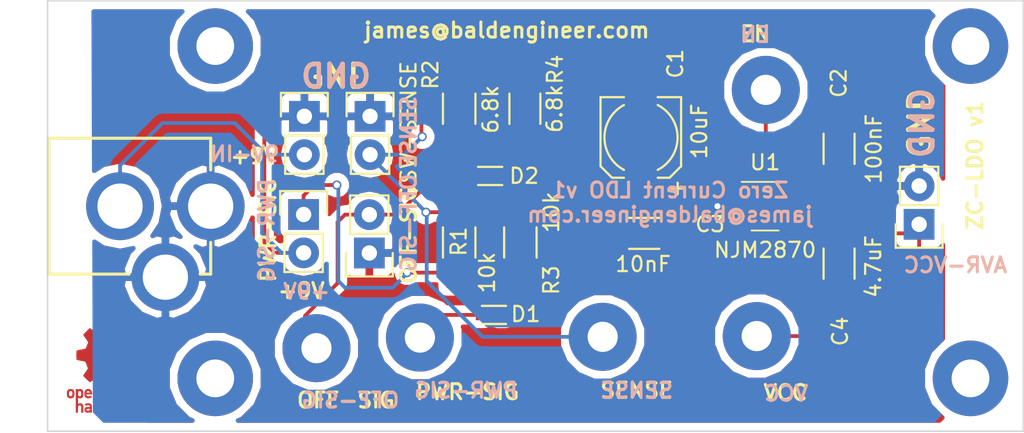
<source format=kicad_pcb>
(kicad_pcb (version 4) (host pcbnew 4.0.5)

  (general
    (links 34)
    (no_connects 0)
    (area 85.361905 91.525 162.914286 122.575)
    (thickness 1.6)
    (drawings 32)
    (tracks 95)
    (zones 0)
    (modules 27)
    (nets 10)
  )

  (page A4)
  (layers
    (0 F.Cu signal)
    (31 B.Cu signal)
    (32 B.Adhes user)
    (33 F.Adhes user)
    (34 B.Paste user)
    (35 F.Paste user)
    (36 B.SilkS user)
    (37 F.SilkS user)
    (38 B.Mask user)
    (39 F.Mask user)
    (40 Dwgs.User user)
    (41 Cmts.User user)
    (42 Eco1.User user)
    (43 Eco2.User user)
    (44 Edge.Cuts user)
    (45 Margin user)
    (46 B.CrtYd user)
    (47 F.CrtYd user)
    (48 B.Fab user)
    (49 F.Fab user)
  )

  (setup
    (last_trace_width 0.25)
    (trace_clearance 0.2)
    (zone_clearance 0.508)
    (zone_45_only no)
    (trace_min 0.127)
    (segment_width 0.2)
    (edge_width 0.1)
    (via_size 0.6)
    (via_drill 0.4)
    (via_min_size 0.254)
    (via_min_drill 0.3)
    (uvia_size 0.3)
    (uvia_drill 0.1)
    (uvias_allowed no)
    (uvia_min_size 0.2)
    (uvia_min_drill 0.1)
    (pcb_text_width 0.3)
    (pcb_text_size 1.5 1.5)
    (mod_edge_width 0.15)
    (mod_text_size 1 1)
    (mod_text_width 0.15)
    (pad_size 1.5 1.5)
    (pad_drill 0.6)
    (pad_to_mask_clearance 0)
    (aux_axis_origin 0 0)
    (visible_elements FFFFFF7F)
    (pcbplotparams
      (layerselection 0x010f0_80000001)
      (usegerberextensions false)
      (excludeedgelayer true)
      (linewidth 0.100000)
      (plotframeref false)
      (viasonmask false)
      (mode 1)
      (useauxorigin false)
      (hpglpennumber 1)
      (hpglpenspeed 20)
      (hpglpendiameter 15)
      (hpglpenoverlay 2)
      (psnegative false)
      (psa4output false)
      (plotreference true)
      (plotvalue true)
      (plotinvisibletext false)
      (padsonsilk false)
      (subtractmaskfromsilk false)
      (outputformat 1)
      (mirror false)
      (drillshape 0)
      (scaleselection 1)
      (outputdirectory "/Users/james/Dropbox/Projects/RetroPie SNES/RetroPie Power Board/BAC-ZC-LDO-v4/"))
  )

  (net 0 "")
  (net 1 "Net-(C1-Pad1)")
  (net 2 GND)
  (net 3 +9V)
  (net 4 "Net-(C3-Pad1)")
  (net 5 /LC-VCC)
  (net 6 /PWR-SIG)
  (net 7 "Net-(D1-Pad1)")
  (net 8 /OFF-SIG)
  (net 9 /SW-SENSE)

  (net_class Default "This is the default net class."
    (clearance 0.2)
    (trace_width 0.25)
    (via_dia 0.6)
    (via_drill 0.4)
    (uvia_dia 0.3)
    (uvia_drill 0.1)
    (add_net +9V)
    (add_net /LC-VCC)
    (add_net /OFF-SIG)
    (add_net /PWR-SIG)
    (add_net /SW-SENSE)
    (add_net GND)
    (add_net "Net-(C1-Pad1)")
    (add_net "Net-(C3-Pad1)")
    (add_net "Net-(D1-Pad1)")
  )

  (module Mounting_Holes:MountingHole_2.5mm_Pad (layer F.Cu) (tedit 58EAFFB5) (tstamp 58F1BE0F)
    (at 103 96)
    (descr "Mounting Hole 2.5mm")
    (tags "mounting hole 2.5mm")
    (fp_text reference REF** (at 0 -3.5) (layer F.SilkS) hide
      (effects (font (size 1 1) (thickness 0.15)))
    )
    (fp_text value MountingHole_2.5mm_Pad (at 0 3.5) (layer F.Fab) hide
      (effects (font (size 1 1) (thickness 0.15)))
    )
    (fp_circle (center 0 0) (end 2.5 0) (layer Cmts.User) (width 0.15))
    (fp_circle (center 0 0) (end 2.75 0) (layer F.CrtYd) (width 0.05))
    (pad 1 thru_hole circle (at 0 0) (size 5 5) (drill 2.5) (layers *.Cu *.Mask))
  )

  (module Capacitors_SMD:c_elec_5x5.3 (layer F.Cu) (tedit 58EB0E56) (tstamp 58EAFE57)
    (at 131.2 102.05 90)
    (descr "SMT capacitor, aluminium electrolytic, 5x5.3")
    (path /58EAFAFA)
    (attr smd)
    (fp_text reference C1 (at 4.88 2.26 90) (layer F.SilkS)
      (effects (font (size 1 1) (thickness 0.15)))
    )
    (fp_text value 10uF (at 0.41 3.85 90) (layer F.SilkS)
      (effects (font (size 1 1) (thickness 0.15)))
    )
    (fp_text user + (at -1.3716 -0.0762 90) (layer F.Fab)
      (effects (font (size 1 1) (thickness 0.15)))
    )
    (fp_line (start 2.5146 2.4892) (end 2.5146 -2.54) (layer F.Fab) (width 0.15))
    (fp_line (start -1.8415 2.4892) (end 2.5146 2.4892) (layer F.Fab) (width 0.15))
    (fp_line (start -2.5146 1.8161) (end -1.8415 2.4892) (layer F.Fab) (width 0.15))
    (fp_line (start -2.5146 -1.8669) (end -2.5146 1.8161) (layer F.Fab) (width 0.15))
    (fp_line (start -1.8415 -2.54) (end -2.5146 -1.8669) (layer F.Fab) (width 0.15))
    (fp_line (start 2.5146 -2.54) (end -1.8415 -2.54) (layer F.Fab) (width 0.15))
    (fp_arc (start 0 0) (end 2.1463 1.0922) (angle 126.0493302) (layer F.SilkS) (width 0.15))
    (fp_arc (start 0 0) (end -2.1463 -1.143) (angle 123.9080412) (layer F.SilkS) (width 0.15))
    (fp_line (start 2.667 -2.6924) (end 2.667 -1.143) (layer F.SilkS) (width 0.15))
    (fp_line (start 2.667 2.6416) (end 2.667 1.0922) (layer F.SilkS) (width 0.15))
    (fp_line (start -2.667 1.8796) (end -2.667 1.0922) (layer F.SilkS) (width 0.15))
    (fp_line (start -2.667 -1.9304) (end -2.667 -1.143) (layer F.SilkS) (width 0.15))
    (fp_text user + (at -3.3782 2.3368 90) (layer F.SilkS)
      (effects (font (size 1 1) (thickness 0.15)))
    )
    (fp_line (start 3.95 -3.0254) (end -3.95 -3.0254) (layer F.CrtYd) (width 0.05))
    (fp_line (start -3.95 -3.0254) (end -3.95 2.9746) (layer F.CrtYd) (width 0.05))
    (fp_line (start -3.95 2.9746) (end 3.95 2.9746) (layer F.CrtYd) (width 0.05))
    (fp_line (start 3.95 2.9746) (end 3.95 -3.0254) (layer F.CrtYd) (width 0.05))
    (fp_line (start 2.667 -2.6924) (end -1.905 -2.6924) (layer F.SilkS) (width 0.15))
    (fp_line (start -1.905 -2.6924) (end -2.667 -1.9304) (layer F.SilkS) (width 0.15))
    (fp_line (start -2.667 1.8796) (end -1.905 2.6416) (layer F.SilkS) (width 0.15))
    (fp_line (start -1.905 2.6416) (end 2.667 2.6416) (layer F.SilkS) (width 0.15))
    (pad 1 smd rect (at -2.2 0 270) (size 3 1.6) (layers F.Cu F.Paste F.Mask)
      (net 1 "Net-(C1-Pad1)"))
    (pad 2 smd rect (at 2.2 0 270) (size 3 1.6) (layers F.Cu F.Paste F.Mask)
      (net 2 GND))
    (model Capacitors_SMD.3dshapes/c_elec_5x5.3.wrl
      (at (xyz 0 0 0))
      (scale (xyz 1 1 1))
      (rotate (xyz 0 0 180))
    )
  )

  (module Capacitors_SMD:C_1206_HandSoldering (layer F.Cu) (tedit 58EB0E48) (tstamp 58EAFE67)
    (at 144.3 102.8 90)
    (descr "Capacitor SMD 1206, hand soldering")
    (tags "capacitor 1206")
    (path /58EAF05B)
    (attr smd)
    (fp_text reference C2 (at 4.35 -0.02 90) (layer F.SilkS)
      (effects (font (size 1 1) (thickness 0.15)))
    )
    (fp_text value 100nF (at 0 2.3 90) (layer F.SilkS)
      (effects (font (size 1 1) (thickness 0.15)))
    )
    (fp_line (start -1.6 0.8) (end -1.6 -0.8) (layer F.Fab) (width 0.15))
    (fp_line (start 1.6 0.8) (end -1.6 0.8) (layer F.Fab) (width 0.15))
    (fp_line (start 1.6 -0.8) (end 1.6 0.8) (layer F.Fab) (width 0.15))
    (fp_line (start -1.6 -0.8) (end 1.6 -0.8) (layer F.Fab) (width 0.15))
    (fp_line (start -3.3 -1.15) (end 3.3 -1.15) (layer F.CrtYd) (width 0.05))
    (fp_line (start -3.3 1.15) (end 3.3 1.15) (layer F.CrtYd) (width 0.05))
    (fp_line (start -3.3 -1.15) (end -3.3 1.15) (layer F.CrtYd) (width 0.05))
    (fp_line (start 3.3 -1.15) (end 3.3 1.15) (layer F.CrtYd) (width 0.05))
    (fp_line (start 1 -1.025) (end -1 -1.025) (layer F.SilkS) (width 0.15))
    (fp_line (start -1 1.025) (end 1 1.025) (layer F.SilkS) (width 0.15))
    (pad 1 smd rect (at -2 0 90) (size 2 1.6) (layers F.Cu F.Paste F.Mask)
      (net 3 +9V))
    (pad 2 smd rect (at 2 0 90) (size 2 1.6) (layers F.Cu F.Paste F.Mask)
      (net 2 GND))
    (model Capacitors_SMD.3dshapes/C_1206_HandSoldering.wrl
      (at (xyz 0 0 0))
      (scale (xyz 1 1 1))
      (rotate (xyz 0 0 0))
    )
  )

  (module Capacitors_SMD:C_1206_HandSoldering (layer F.Cu) (tedit 58EB0E52) (tstamp 58EAFE77)
    (at 131.4 108.4 180)
    (descr "Capacitor SMD 1206, hand soldering")
    (tags "capacitor 1206")
    (path /58EAEEFB)
    (attr smd)
    (fp_text reference C3 (at -4.36 0.6 180) (layer F.SilkS)
      (effects (font (size 1 1) (thickness 0.15)))
    )
    (fp_text value 10nF (at 0.07 -2.04 180) (layer F.SilkS)
      (effects (font (size 1 1) (thickness 0.15)))
    )
    (fp_line (start -1.6 0.8) (end -1.6 -0.8) (layer F.Fab) (width 0.15))
    (fp_line (start 1.6 0.8) (end -1.6 0.8) (layer F.Fab) (width 0.15))
    (fp_line (start 1.6 -0.8) (end 1.6 0.8) (layer F.Fab) (width 0.15))
    (fp_line (start -1.6 -0.8) (end 1.6 -0.8) (layer F.Fab) (width 0.15))
    (fp_line (start -3.3 -1.15) (end 3.3 -1.15) (layer F.CrtYd) (width 0.05))
    (fp_line (start -3.3 1.15) (end 3.3 1.15) (layer F.CrtYd) (width 0.05))
    (fp_line (start -3.3 -1.15) (end -3.3 1.15) (layer F.CrtYd) (width 0.05))
    (fp_line (start 3.3 -1.15) (end 3.3 1.15) (layer F.CrtYd) (width 0.05))
    (fp_line (start 1 -1.025) (end -1 -1.025) (layer F.SilkS) (width 0.15))
    (fp_line (start -1 1.025) (end 1 1.025) (layer F.SilkS) (width 0.15))
    (pad 1 smd rect (at -2 0 180) (size 2 1.6) (layers F.Cu F.Paste F.Mask)
      (net 4 "Net-(C3-Pad1)"))
    (pad 2 smd rect (at 2 0 180) (size 2 1.6) (layers F.Cu F.Paste F.Mask)
      (net 2 GND))
    (model Capacitors_SMD.3dshapes/C_1206_HandSoldering.wrl
      (at (xyz 0 0 0))
      (scale (xyz 1 1 1))
      (rotate (xyz 0 0 0))
    )
  )

  (module Capacitors_SMD:C_1206_HandSoldering (layer F.Cu) (tedit 58EB0E45) (tstamp 58EAFE87)
    (at 144.3 110.4 270)
    (descr "Capacitor SMD 1206, hand soldering")
    (tags "capacitor 1206")
    (path /58EAEFC3)
    (attr smd)
    (fp_text reference C4 (at 4.49 -0.07 270) (layer F.SilkS)
      (effects (font (size 1 1) (thickness 0.15)))
    )
    (fp_text value 4.7uF (at 0.19 -2.27 270) (layer F.SilkS)
      (effects (font (size 1 1) (thickness 0.15)))
    )
    (fp_line (start -1.6 0.8) (end -1.6 -0.8) (layer F.Fab) (width 0.15))
    (fp_line (start 1.6 0.8) (end -1.6 0.8) (layer F.Fab) (width 0.15))
    (fp_line (start 1.6 -0.8) (end 1.6 0.8) (layer F.Fab) (width 0.15))
    (fp_line (start -1.6 -0.8) (end 1.6 -0.8) (layer F.Fab) (width 0.15))
    (fp_line (start -3.3 -1.15) (end 3.3 -1.15) (layer F.CrtYd) (width 0.05))
    (fp_line (start -3.3 1.15) (end 3.3 1.15) (layer F.CrtYd) (width 0.05))
    (fp_line (start -3.3 -1.15) (end -3.3 1.15) (layer F.CrtYd) (width 0.05))
    (fp_line (start 3.3 -1.15) (end 3.3 1.15) (layer F.CrtYd) (width 0.05))
    (fp_line (start 1 -1.025) (end -1 -1.025) (layer F.SilkS) (width 0.15))
    (fp_line (start -1 1.025) (end 1 1.025) (layer F.SilkS) (width 0.15))
    (pad 1 smd rect (at -2 0 270) (size 2 1.6) (layers F.Cu F.Paste F.Mask)
      (net 5 /LC-VCC))
    (pad 2 smd rect (at 2 0 270) (size 2 1.6) (layers F.Cu F.Paste F.Mask)
      (net 2 GND))
    (model Capacitors_SMD.3dshapes/C_1206_HandSoldering.wrl
      (at (xyz 0 0 0))
      (scale (xyz 1 1 1))
      (rotate (xyz 0 0 0))
    )
  )

  (module Diodes_SMD:SOD-523 (layer F.Cu) (tedit 58EB031E) (tstamp 58EAFE9D)
    (at 121.25 113.8 180)
    (descr "http://www.diodes.com/datasheets/ap02001.pdf p.144")
    (tags "Diode SOD523")
    (path /58E5CE26)
    (attr smd)
    (fp_text reference D1 (at -2.3 0.05 180) (layer F.SilkS)
      (effects (font (size 1 1) (thickness 0.15)))
    )
    (fp_text value 1SS389 (at 0 1.7 180) (layer F.Fab) hide
      (effects (font (size 1 1) (thickness 0.15)))
    )
    (fp_line (start 1.25 -0.75) (end 1.25 0.75) (layer F.CrtYd) (width 0.05))
    (fp_line (start -1.25 -0.75) (end 1.25 -0.75) (layer F.CrtYd) (width 0.05))
    (fp_line (start -1.25 0.75) (end -1.25 -0.75) (layer F.CrtYd) (width 0.05))
    (fp_line (start 1.25 0.75) (end -1.25 0.75) (layer F.CrtYd) (width 0.05))
    (fp_line (start 0.1 0) (end 0.25 0) (layer F.Fab) (width 0.15))
    (fp_line (start 0.1 -0.2) (end -0.2 0) (layer F.Fab) (width 0.15))
    (fp_line (start 0.1 0.2) (end 0.1 -0.2) (layer F.Fab) (width 0.15))
    (fp_line (start -0.2 0) (end 0.1 0.2) (layer F.Fab) (width 0.15))
    (fp_line (start -0.2 0) (end -0.35 0) (layer F.Fab) (width 0.15))
    (fp_line (start -0.2 0.2) (end -0.2 -0.2) (layer F.Fab) (width 0.15))
    (fp_line (start 0.6 -0.4) (end 0.6 0.4) (layer F.Fab) (width 0.15))
    (fp_line (start -0.6 -0.4) (end 0.6 -0.4) (layer F.Fab) (width 0.15))
    (fp_line (start -0.6 0.4) (end -0.6 -0.4) (layer F.Fab) (width 0.15))
    (fp_line (start 0.6 0.4) (end -0.6 0.4) (layer F.Fab) (width 0.15))
    (fp_line (start 0.6 -0.6) (end -1 -0.6) (layer F.SilkS) (width 0.15))
    (fp_line (start 0.6 0.6) (end -1 0.6) (layer F.SilkS) (width 0.15))
    (pad 2 smd rect (at 0.7 0) (size 0.6 0.7) (layers F.Cu F.Paste F.Mask)
      (net 6 /PWR-SIG))
    (pad 1 smd rect (at -0.7 0) (size 0.6 0.7) (layers F.Cu F.Paste F.Mask)
      (net 7 "Net-(D1-Pad1)"))
  )

  (module Diodes_SMD:SOD-523 (layer F.Cu) (tedit 58EB0C6C) (tstamp 58EAFEB3)
    (at 121 104.6 180)
    (descr "http://www.diodes.com/datasheets/ap02001.pdf p.144")
    (tags "Diode SOD523")
    (path /58EAC5F8)
    (attr smd)
    (fp_text reference D2 (at -2.45 0 180) (layer F.SilkS)
      (effects (font (size 1 1) (thickness 0.15)))
    )
    (fp_text value 1SS389 (at 0 1.7 180) (layer F.Fab) hide
      (effects (font (size 1 1) (thickness 0.15)))
    )
    (fp_line (start 1.25 -0.75) (end 1.25 0.75) (layer F.CrtYd) (width 0.05))
    (fp_line (start -1.25 -0.75) (end 1.25 -0.75) (layer F.CrtYd) (width 0.05))
    (fp_line (start -1.25 0.75) (end -1.25 -0.75) (layer F.CrtYd) (width 0.05))
    (fp_line (start 1.25 0.75) (end -1.25 0.75) (layer F.CrtYd) (width 0.05))
    (fp_line (start 0.1 0) (end 0.25 0) (layer F.Fab) (width 0.15))
    (fp_line (start 0.1 -0.2) (end -0.2 0) (layer F.Fab) (width 0.15))
    (fp_line (start 0.1 0.2) (end 0.1 -0.2) (layer F.Fab) (width 0.15))
    (fp_line (start -0.2 0) (end 0.1 0.2) (layer F.Fab) (width 0.15))
    (fp_line (start -0.2 0) (end -0.35 0) (layer F.Fab) (width 0.15))
    (fp_line (start -0.2 0.2) (end -0.2 -0.2) (layer F.Fab) (width 0.15))
    (fp_line (start 0.6 -0.4) (end 0.6 0.4) (layer F.Fab) (width 0.15))
    (fp_line (start -0.6 -0.4) (end 0.6 -0.4) (layer F.Fab) (width 0.15))
    (fp_line (start -0.6 0.4) (end -0.6 -0.4) (layer F.Fab) (width 0.15))
    (fp_line (start 0.6 0.4) (end -0.6 0.4) (layer F.Fab) (width 0.15))
    (fp_line (start 0.6 -0.6) (end -1 -0.6) (layer F.SilkS) (width 0.15))
    (fp_line (start 0.6 0.6) (end -1 0.6) (layer F.SilkS) (width 0.15))
    (pad 2 smd rect (at 0.7 0) (size 0.6 0.7) (layers F.Cu F.Paste F.Mask)
      (net 8 /OFF-SIG))
    (pad 1 smd rect (at -0.7 0) (size 0.6 0.7) (layers F.Cu F.Paste F.Mask)
      (net 1 "Net-(C1-Pad1)"))
  )

  (module Pin_Headers:Pin_Header_Straight_1x02 (layer F.Cu) (tedit 58EB0C15) (tstamp 58EAFEC4)
    (at 108.85 107.15)
    (descr "Through hole pin header")
    (tags "pin header")
    (path /58EB0238)
    (fp_text reference J1 (at 0 -5.1) (layer F.SilkS) hide
      (effects (font (size 1 1) (thickness 0.15)))
    )
    (fp_text value PWR-SIG (at -2.35 1.05 270) (layer F.Fab)
      (effects (font (size 1 1) (thickness 0.15)))
    )
    (fp_line (start 1.27 1.27) (end 1.27 3.81) (layer F.SilkS) (width 0.15))
    (fp_line (start 1.55 -1.55) (end 1.55 0) (layer F.SilkS) (width 0.15))
    (fp_line (start -1.75 -1.75) (end -1.75 4.3) (layer F.CrtYd) (width 0.05))
    (fp_line (start 1.75 -1.75) (end 1.75 4.3) (layer F.CrtYd) (width 0.05))
    (fp_line (start -1.75 -1.75) (end 1.75 -1.75) (layer F.CrtYd) (width 0.05))
    (fp_line (start -1.75 4.3) (end 1.75 4.3) (layer F.CrtYd) (width 0.05))
    (fp_line (start 1.27 1.27) (end -1.27 1.27) (layer F.SilkS) (width 0.15))
    (fp_line (start -1.55 0) (end -1.55 -1.55) (layer F.SilkS) (width 0.15))
    (fp_line (start -1.55 -1.55) (end 1.55 -1.55) (layer F.SilkS) (width 0.15))
    (fp_line (start -1.27 1.27) (end -1.27 3.81) (layer F.SilkS) (width 0.15))
    (fp_line (start -1.27 3.81) (end 1.27 3.81) (layer F.SilkS) (width 0.15))
    (pad 1 thru_hole rect (at 0 0) (size 2.032 2.032) (drill 1.016) (layers *.Cu *.Mask)
      (net 6 /PWR-SIG))
    (pad 2 thru_hole oval (at 0 2.54) (size 2.032 2.032) (drill 1.016) (layers *.Cu *.Mask)
      (net 3 +9V))
    (model Pin_Headers.3dshapes/Pin_Header_Straight_1x02.wrl
      (at (xyz 0 -0.05 0))
      (scale (xyz 1 1 1))
      (rotate (xyz 0 0 90))
    )
  )

  (module Pin_Headers:Pin_Header_Straight_1x02 (layer F.Cu) (tedit 58EB10C2) (tstamp 58EAFED5)
    (at 113.25 100.65)
    (descr "Through hole pin header")
    (tags "pin header")
    (path /58EB0287)
    (fp_text reference J2 (at 0 -5.1) (layer F.SilkS) hide
      (effects (font (size 1 1) (thickness 0.15)))
    )
    (fp_text value SW-SENSE (at 2.55 0.4 90) (layer F.SilkS)
      (effects (font (size 1 1) (thickness 0.15)))
    )
    (fp_line (start 1.27 1.27) (end 1.27 3.81) (layer F.SilkS) (width 0.15))
    (fp_line (start 1.55 -1.55) (end 1.55 0) (layer F.SilkS) (width 0.15))
    (fp_line (start -1.75 -1.75) (end -1.75 4.3) (layer F.CrtYd) (width 0.05))
    (fp_line (start 1.75 -1.75) (end 1.75 4.3) (layer F.CrtYd) (width 0.05))
    (fp_line (start -1.75 -1.75) (end 1.75 -1.75) (layer F.CrtYd) (width 0.05))
    (fp_line (start -1.75 4.3) (end 1.75 4.3) (layer F.CrtYd) (width 0.05))
    (fp_line (start 1.27 1.27) (end -1.27 1.27) (layer F.SilkS) (width 0.15))
    (fp_line (start -1.55 0) (end -1.55 -1.55) (layer F.SilkS) (width 0.15))
    (fp_line (start -1.55 -1.55) (end 1.55 -1.55) (layer F.SilkS) (width 0.15))
    (fp_line (start -1.27 1.27) (end -1.27 3.81) (layer F.SilkS) (width 0.15))
    (fp_line (start -1.27 3.81) (end 1.27 3.81) (layer F.SilkS) (width 0.15))
    (pad 1 thru_hole rect (at 0 0) (size 2.032 2.032) (drill 1.016) (layers *.Cu *.Mask)
      (net 2 GND))
    (pad 2 thru_hole oval (at 0 2.54) (size 2.032 2.032) (drill 1.016) (layers *.Cu *.Mask)
      (net 9 /SW-SENSE))
    (model Pin_Headers.3dshapes/Pin_Header_Straight_1x02.wrl
      (at (xyz 0 -0.05 0))
      (scale (xyz 1 1 1))
      (rotate (xyz 0 0 90))
    )
  )

  (module Pin_Headers:Pin_Header_Straight_1x02 (layer F.Cu) (tedit 58EB0873) (tstamp 58EAFEE6)
    (at 108.9 100.65)
    (descr "Through hole pin header")
    (tags "pin header")
    (path /58EB06B5)
    (fp_text reference J3 (at 0 -5.1) (layer F.SilkS) hide
      (effects (font (size 1 1) (thickness 0.15)))
    )
    (fp_text value 9V-IN (at -3.85 2.6) (layer F.Fab)
      (effects (font (size 1 1) (thickness 0.15)))
    )
    (fp_line (start 1.27 1.27) (end 1.27 3.81) (layer F.SilkS) (width 0.15))
    (fp_line (start 1.55 -1.55) (end 1.55 0) (layer F.SilkS) (width 0.15))
    (fp_line (start -1.75 -1.75) (end -1.75 4.3) (layer F.CrtYd) (width 0.05))
    (fp_line (start 1.75 -1.75) (end 1.75 4.3) (layer F.CrtYd) (width 0.05))
    (fp_line (start -1.75 -1.75) (end 1.75 -1.75) (layer F.CrtYd) (width 0.05))
    (fp_line (start -1.75 4.3) (end 1.75 4.3) (layer F.CrtYd) (width 0.05))
    (fp_line (start 1.27 1.27) (end -1.27 1.27) (layer F.SilkS) (width 0.15))
    (fp_line (start -1.55 0) (end -1.55 -1.55) (layer F.SilkS) (width 0.15))
    (fp_line (start -1.55 -1.55) (end 1.55 -1.55) (layer F.SilkS) (width 0.15))
    (fp_line (start -1.27 1.27) (end -1.27 3.81) (layer F.SilkS) (width 0.15))
    (fp_line (start -1.27 3.81) (end 1.27 3.81) (layer F.SilkS) (width 0.15))
    (pad 1 thru_hole rect (at 0 0) (size 2.032 2.032) (drill 1.016) (layers *.Cu *.Mask)
      (net 2 GND))
    (pad 2 thru_hole oval (at 0 2.54) (size 2.032 2.032) (drill 1.016) (layers *.Cu *.Mask)
      (net 3 +9V))
    (model Pin_Headers.3dshapes/Pin_Header_Straight_1x02.wrl
      (at (xyz 0 -0.05 0))
      (scale (xyz 1 1 1))
      (rotate (xyz 0 0 90))
    )
  )

  (module Pin_Headers:Pin_Header_Straight_1x02 (layer F.Cu) (tedit 58EB032C) (tstamp 58EAFF53)
    (at 113.2 109.7 180)
    (descr "Through hole pin header")
    (tags "pin header")
    (path /58EB00AF)
    (fp_text reference J5 (at 0 -5.1 180) (layer F.SilkS) hide
      (effects (font (size 1 1) (thickness 0.15)))
    )
    (fp_text value OFF-SIG (at -2.6 1.2 270) (layer F.Fab)
      (effects (font (size 1 1) (thickness 0.15)))
    )
    (fp_line (start 1.27 1.27) (end 1.27 3.81) (layer F.SilkS) (width 0.15))
    (fp_line (start 1.55 -1.55) (end 1.55 0) (layer F.SilkS) (width 0.15))
    (fp_line (start -1.75 -1.75) (end -1.75 4.3) (layer F.CrtYd) (width 0.05))
    (fp_line (start 1.75 -1.75) (end 1.75 4.3) (layer F.CrtYd) (width 0.05))
    (fp_line (start -1.75 -1.75) (end 1.75 -1.75) (layer F.CrtYd) (width 0.05))
    (fp_line (start -1.75 4.3) (end 1.75 4.3) (layer F.CrtYd) (width 0.05))
    (fp_line (start 1.27 1.27) (end -1.27 1.27) (layer F.SilkS) (width 0.15))
    (fp_line (start -1.55 0) (end -1.55 -1.55) (layer F.SilkS) (width 0.15))
    (fp_line (start -1.55 -1.55) (end 1.55 -1.55) (layer F.SilkS) (width 0.15))
    (fp_line (start -1.27 1.27) (end -1.27 3.81) (layer F.SilkS) (width 0.15))
    (fp_line (start -1.27 3.81) (end 1.27 3.81) (layer F.SilkS) (width 0.15))
    (pad 1 thru_hole rect (at 0 0 180) (size 2.032 2.032) (drill 1.016) (layers *.Cu *.Mask)
      (net 2 GND))
    (pad 2 thru_hole oval (at 0 2.54 180) (size 2.032 2.032) (drill 1.016) (layers *.Cu *.Mask)
      (net 8 /OFF-SIG))
    (model Pin_Headers.3dshapes/Pin_Header_Straight_1x02.wrl
      (at (xyz 0 -0.05 0))
      (scale (xyz 1 1 1))
      (rotate (xyz 0 0 90))
    )
  )

  (module Pin_Headers:Pin_Header_Straight_1x02 (layer F.Cu) (tedit 58EB0469) (tstamp 58EB00D4)
    (at 149.6 107.8 180)
    (descr "Through hole pin header")
    (tags "pin header")
    (path /58EB012F)
    (fp_text reference J10 (at 0 -5.1 180) (layer F.SilkS) hide
      (effects (font (size 1 1) (thickness 0.15)))
    )
    (fp_text value AVR-VCC (at -2.1 -2.7 360) (layer F.Fab)
      (effects (font (size 1 1) (thickness 0.15)))
    )
    (fp_line (start 1.27 1.27) (end 1.27 3.81) (layer F.SilkS) (width 0.15))
    (fp_line (start 1.55 -1.55) (end 1.55 0) (layer F.SilkS) (width 0.15))
    (fp_line (start -1.75 -1.75) (end -1.75 4.3) (layer F.CrtYd) (width 0.05))
    (fp_line (start 1.75 -1.75) (end 1.75 4.3) (layer F.CrtYd) (width 0.05))
    (fp_line (start -1.75 -1.75) (end 1.75 -1.75) (layer F.CrtYd) (width 0.05))
    (fp_line (start -1.75 4.3) (end 1.75 4.3) (layer F.CrtYd) (width 0.05))
    (fp_line (start 1.27 1.27) (end -1.27 1.27) (layer F.SilkS) (width 0.15))
    (fp_line (start -1.55 0) (end -1.55 -1.55) (layer F.SilkS) (width 0.15))
    (fp_line (start -1.55 -1.55) (end 1.55 -1.55) (layer F.SilkS) (width 0.15))
    (fp_line (start -1.27 1.27) (end -1.27 3.81) (layer F.SilkS) (width 0.15))
    (fp_line (start -1.27 3.81) (end 1.27 3.81) (layer F.SilkS) (width 0.15))
    (pad 1 thru_hole rect (at 0 0 180) (size 2.032 2.032) (drill 1.016) (layers *.Cu *.Mask)
      (net 5 /LC-VCC))
    (pad 2 thru_hole oval (at 0 2.54 180) (size 2.032 2.032) (drill 1.016) (layers *.Cu *.Mask)
      (net 2 GND))
    (model Pin_Headers.3dshapes/Pin_Header_Straight_1x02.wrl
      (at (xyz 0 -0.05 0))
      (scale (xyz 1 1 1))
      (rotate (xyz 0 0 90))
    )
  )

  (module Resistors_SMD:R_1206_HandSoldering (layer F.Cu) (tedit 58EB0E74) (tstamp 58EB00E4)
    (at 119.15 109 270)
    (descr "Resistor SMD 1206, hand soldering")
    (tags "resistor 1206")
    (path /58E5CCCA)
    (attr smd)
    (fp_text reference R1 (at -0.06 0.03 270) (layer F.SilkS)
      (effects (font (size 1 1) (thickness 0.15)))
    )
    (fp_text value 10k (at 2 -1.85 270) (layer F.SilkS)
      (effects (font (size 1 1) (thickness 0.15)))
    )
    (fp_line (start -1.6 0.8) (end -1.6 -0.8) (layer F.Fab) (width 0.1))
    (fp_line (start 1.6 0.8) (end -1.6 0.8) (layer F.Fab) (width 0.1))
    (fp_line (start 1.6 -0.8) (end 1.6 0.8) (layer F.Fab) (width 0.1))
    (fp_line (start -1.6 -0.8) (end 1.6 -0.8) (layer F.Fab) (width 0.1))
    (fp_line (start -3.3 -1.2) (end 3.3 -1.2) (layer F.CrtYd) (width 0.05))
    (fp_line (start -3.3 1.2) (end 3.3 1.2) (layer F.CrtYd) (width 0.05))
    (fp_line (start -3.3 -1.2) (end -3.3 1.2) (layer F.CrtYd) (width 0.05))
    (fp_line (start 3.3 -1.2) (end 3.3 1.2) (layer F.CrtYd) (width 0.05))
    (fp_line (start 1 1.075) (end -1 1.075) (layer F.SilkS) (width 0.15))
    (fp_line (start -1 -1.075) (end 1 -1.075) (layer F.SilkS) (width 0.15))
    (pad 1 smd rect (at -2 0 270) (size 2 1.7) (layers F.Cu F.Paste F.Mask)
      (net 9 /SW-SENSE))
    (pad 2 smd rect (at 2 0 270) (size 2 1.7) (layers F.Cu F.Paste F.Mask)
      (net 6 /PWR-SIG))
    (model Resistors_SMD.3dshapes/R_1206_HandSoldering.wrl
      (at (xyz 0 0 0))
      (scale (xyz 1 1 1))
      (rotate (xyz 0 0 0))
    )
  )

  (module Resistors_SMD:R_1206_HandSoldering (layer F.Cu) (tedit 58EB0E78) (tstamp 58EB00F4)
    (at 119.15 100.15 90)
    (descr "Resistor SMD 1206, hand soldering")
    (tags "resistor 1206")
    (path /58E5CCFD)
    (attr smd)
    (fp_text reference R2 (at 2.25 -1.9 270) (layer F.SilkS)
      (effects (font (size 1 1) (thickness 0.15)))
    )
    (fp_text value 6.8k (at -0.04 2.08 90) (layer F.SilkS)
      (effects (font (size 1 1) (thickness 0.15)))
    )
    (fp_line (start -1.6 0.8) (end -1.6 -0.8) (layer F.Fab) (width 0.1))
    (fp_line (start 1.6 0.8) (end -1.6 0.8) (layer F.Fab) (width 0.1))
    (fp_line (start 1.6 -0.8) (end 1.6 0.8) (layer F.Fab) (width 0.1))
    (fp_line (start -1.6 -0.8) (end 1.6 -0.8) (layer F.Fab) (width 0.1))
    (fp_line (start -3.3 -1.2) (end 3.3 -1.2) (layer F.CrtYd) (width 0.05))
    (fp_line (start -3.3 1.2) (end 3.3 1.2) (layer F.CrtYd) (width 0.05))
    (fp_line (start -3.3 -1.2) (end -3.3 1.2) (layer F.CrtYd) (width 0.05))
    (fp_line (start 3.3 -1.2) (end 3.3 1.2) (layer F.CrtYd) (width 0.05))
    (fp_line (start 1 1.075) (end -1 1.075) (layer F.SilkS) (width 0.15))
    (fp_line (start -1 -1.075) (end 1 -1.075) (layer F.SilkS) (width 0.15))
    (pad 1 smd rect (at -2 0 90) (size 2 1.7) (layers F.Cu F.Paste F.Mask)
      (net 2 GND))
    (pad 2 smd rect (at 2 0 90) (size 2 1.7) (layers F.Cu F.Paste F.Mask)
      (net 9 /SW-SENSE))
    (model Resistors_SMD.3dshapes/R_1206_HandSoldering.wrl
      (at (xyz 0 0 0))
      (scale (xyz 1 1 1))
      (rotate (xyz 0 0 0))
    )
  )

  (module Resistors_SMD:R_1206_HandSoldering (layer F.Cu) (tedit 58EB0E6C) (tstamp 58EB0104)
    (at 123.2 109 270)
    (descr "Resistor SMD 1206, hand soldering")
    (tags "resistor 1206")
    (path /58E5E483)
    (attr smd)
    (fp_text reference R3 (at 2.5 -2.05 270) (layer F.SilkS)
      (effects (font (size 1 1) (thickness 0.15)))
    )
    (fp_text value 10k (at -2 -2.05 270) (layer F.SilkS)
      (effects (font (size 1 1) (thickness 0.15)))
    )
    (fp_line (start -1.6 0.8) (end -1.6 -0.8) (layer F.Fab) (width 0.1))
    (fp_line (start 1.6 0.8) (end -1.6 0.8) (layer F.Fab) (width 0.1))
    (fp_line (start 1.6 -0.8) (end 1.6 0.8) (layer F.Fab) (width 0.1))
    (fp_line (start -1.6 -0.8) (end 1.6 -0.8) (layer F.Fab) (width 0.1))
    (fp_line (start -3.3 -1.2) (end 3.3 -1.2) (layer F.CrtYd) (width 0.05))
    (fp_line (start -3.3 1.2) (end 3.3 1.2) (layer F.CrtYd) (width 0.05))
    (fp_line (start -3.3 -1.2) (end -3.3 1.2) (layer F.CrtYd) (width 0.05))
    (fp_line (start 3.3 -1.2) (end 3.3 1.2) (layer F.CrtYd) (width 0.05))
    (fp_line (start 1 1.075) (end -1 1.075) (layer F.SilkS) (width 0.15))
    (fp_line (start -1 -1.075) (end 1 -1.075) (layer F.SilkS) (width 0.15))
    (pad 1 smd rect (at -2 0 270) (size 2 1.7) (layers F.Cu F.Paste F.Mask)
      (net 1 "Net-(C1-Pad1)"))
    (pad 2 smd rect (at 2 0 270) (size 2 1.7) (layers F.Cu F.Paste F.Mask)
      (net 7 "Net-(D1-Pad1)"))
    (model Resistors_SMD.3dshapes/R_1206_HandSoldering.wrl
      (at (xyz 0 0 0))
      (scale (xyz 1 1 1))
      (rotate (xyz 0 0 0))
    )
  )

  (module Capacitors_SMD:C_1206_HandSoldering (layer F.Cu) (tedit 58EB0E5D) (tstamp 58EB0114)
    (at 123.5 100.15 270)
    (descr "Capacitor SMD 1206, hand soldering")
    (tags "capacitor 1206")
    (path /58E6B772)
    (attr smd)
    (fp_text reference R4 (at -2.6 -2 270) (layer F.SilkS)
      (effects (font (size 1 1) (thickness 0.15)))
    )
    (fp_text value 6.8k (at -0.01 -1.97 270) (layer F.SilkS)
      (effects (font (size 1 1) (thickness 0.15)))
    )
    (fp_line (start -1.6 0.8) (end -1.6 -0.8) (layer F.Fab) (width 0.15))
    (fp_line (start 1.6 0.8) (end -1.6 0.8) (layer F.Fab) (width 0.15))
    (fp_line (start 1.6 -0.8) (end 1.6 0.8) (layer F.Fab) (width 0.15))
    (fp_line (start -1.6 -0.8) (end 1.6 -0.8) (layer F.Fab) (width 0.15))
    (fp_line (start -3.3 -1.15) (end 3.3 -1.15) (layer F.CrtYd) (width 0.05))
    (fp_line (start -3.3 1.15) (end 3.3 1.15) (layer F.CrtYd) (width 0.05))
    (fp_line (start -3.3 -1.15) (end -3.3 1.15) (layer F.CrtYd) (width 0.05))
    (fp_line (start 3.3 -1.15) (end 3.3 1.15) (layer F.CrtYd) (width 0.05))
    (fp_line (start 1 -1.025) (end -1 -1.025) (layer F.SilkS) (width 0.15))
    (fp_line (start -1 1.025) (end 1 1.025) (layer F.SilkS) (width 0.15))
    (pad 1 smd rect (at -2 0 270) (size 2 1.6) (layers F.Cu F.Paste F.Mask)
      (net 2 GND))
    (pad 2 smd rect (at 2 0 270) (size 2 1.6) (layers F.Cu F.Paste F.Mask)
      (net 1 "Net-(C1-Pad1)"))
    (model Capacitors_SMD.3dshapes/C_1206_HandSoldering.wrl
      (at (xyz 0 0 0))
      (scale (xyz 1 1 1))
      (rotate (xyz 0 0 0))
    )
  )

  (module TO_SOT_Packages_SMD:SOT-23-5 (layer F.Cu) (tedit 58EB0E4E) (tstamp 58EB0127)
    (at 139.4 106.6)
    (descr "5-pin SOT23 package")
    (tags SOT-23-5)
    (path /58EAEC14)
    (attr smd)
    (fp_text reference U1 (at 0 -2.9) (layer F.SilkS)
      (effects (font (size 1 1) (thickness 0.15)))
    )
    (fp_text value NJM2870 (at 0 2.9) (layer F.SilkS)
      (effects (font (size 1 1) (thickness 0.15)))
    )
    (fp_line (start -0.9 1.61) (end 0.9 1.61) (layer F.SilkS) (width 0.12))
    (fp_line (start 0.9 -1.61) (end -1.55 -1.61) (layer F.SilkS) (width 0.12))
    (fp_line (start -1.9 -1.8) (end 1.9 -1.8) (layer F.CrtYd) (width 0.05))
    (fp_line (start 1.9 -1.8) (end 1.9 1.8) (layer F.CrtYd) (width 0.05))
    (fp_line (start 1.9 1.8) (end -1.9 1.8) (layer F.CrtYd) (width 0.05))
    (fp_line (start -1.9 1.8) (end -1.9 -1.8) (layer F.CrtYd) (width 0.05))
    (fp_line (start 0.9 -1.55) (end -0.9 -1.55) (layer F.Fab) (width 0.15))
    (fp_line (start -0.9 -1.55) (end -0.9 1.55) (layer F.Fab) (width 0.15))
    (fp_line (start 0.9 1.55) (end -0.9 1.55) (layer F.Fab) (width 0.15))
    (fp_line (start 0.9 -1.55) (end 0.9 1.55) (layer F.Fab) (width 0.15))
    (pad 1 smd rect (at -1.1 -0.95) (size 1.06 0.65) (layers F.Cu F.Paste F.Mask)
      (net 1 "Net-(C1-Pad1)"))
    (pad 2 smd rect (at -1.1 0) (size 1.06 0.65) (layers F.Cu F.Paste F.Mask)
      (net 2 GND))
    (pad 3 smd rect (at -1.1 0.95) (size 1.06 0.65) (layers F.Cu F.Paste F.Mask)
      (net 4 "Net-(C3-Pad1)"))
    (pad 4 smd rect (at 1.1 0.95) (size 1.06 0.65) (layers F.Cu F.Paste F.Mask)
      (net 5 /LC-VCC))
    (pad 5 smd rect (at 1.1 -0.95) (size 1.06 0.65) (layers F.Cu F.Paste F.Mask)
      (net 3 +9V))
    (model TO_SOT_Packages_SMD.3dshapes/SOT-23-5.wrl
      (at (xyz 0 0 0))
      (scale (xyz 1 1 1))
      (rotate (xyz 0 0 0))
    )
  )

  (module Wire_Pads:SolderWirePad_single_2mmDrill (layer F.Cu) (tedit 58EB0341) (tstamp 58EB097E)
    (at 128.65 115.25)
    (path /58EB0B5A)
    (fp_text reference J4 (at 0 -3.81) (layer F.SilkS) hide
      (effects (font (size 1 1) (thickness 0.15)))
    )
    (fp_text value SENSE (at 2.23 3.53) (layer F.Fab)
      (effects (font (size 1 1) (thickness 0.15)))
    )
    (pad 1 thru_hole circle (at 0 0) (size 4.50088 4.50088) (drill 1.99898) (layers *.Cu *.Mask)
      (net 9 /SW-SENSE))
  )

  (module Wire_Pads:SolderWirePad_single_2mmDrill (layer F.Cu) (tedit 58EB04B9) (tstamp 58EB0982)
    (at 116.55 115.3)
    (path /58EB0B05)
    (fp_text reference J6 (at 0 -3.81) (layer F.SilkS) hide
      (effects (font (size 1 1) (thickness 0.15)))
    )
    (fp_text value TEST_1P (at 2.8 3.4) (layer F.Fab) hide
      (effects (font (size 1 1) (thickness 0.15)))
    )
    (pad 1 thru_hole circle (at 0 0) (size 4.50088 4.50088) (drill 1.99898) (layers *.Cu *.Mask)
      (net 6 /PWR-SIG))
  )

  (module Wire_Pads:SolderWirePad_single_2mmDrill (layer F.Cu) (tedit 58EB033D) (tstamp 58EB0986)
    (at 109.7 116)
    (path /58EB0BBC)
    (fp_text reference J7 (at 0 -3.81) (layer F.SilkS) hide
      (effects (font (size 1 1) (thickness 0.15)))
    )
    (fp_text value OFF-SIG (at 1.95 3.45) (layer F.Fab)
      (effects (font (size 1 1) (thickness 0.15)))
    )
    (pad 1 thru_hole circle (at 0 0) (size 4.50088 4.50088) (drill 1.99898) (layers *.Cu *.Mask)
      (net 8 /OFF-SIG))
  )

  (module Wire_Pads:SolderWirePad_single_2mmDrill (layer F.Cu) (tedit 58EB0367) (tstamp 58EB098A)
    (at 139.45 98.9)
    (path /58EB0A7F)
    (fp_text reference J8 (at 0 -3.81) (layer F.SilkS) hide
      (effects (font (size 1 1) (thickness 0.15)))
    )
    (fp_text value EN (at -0.71 -3.68) (layer F.Fab)
      (effects (font (size 1 1) (thickness 0.15)))
    )
    (pad 1 thru_hole circle (at 0 0) (size 4.50088 4.50088) (drill 1.99898) (layers *.Cu *.Mask)
      (net 1 "Net-(C1-Pad1)"))
  )

  (module Wire_Pads:SolderWirePad_single_2mmDrill (layer F.Cu) (tedit 58EB0348) (tstamp 58EB098E)
    (at 138.85 115.2)
    (path /58EB0C22)
    (fp_text reference J9 (at 0 -3.81) (layer F.SilkS) hide
      (effects (font (size 1 1) (thickness 0.15)))
    )
    (fp_text value VCC (at 1.89 3.72) (layer F.Fab)
      (effects (font (size 1 1) (thickness 0.15)))
    )
    (pad 1 thru_hole circle (at 0 0) (size 4.50088 4.50088) (drill 1.99898) (layers *.Cu *.Mask)
      (net 5 /LC-VCC))
  )

  (module Mounting_Holes:MountingHole_2.5mm_Pad (layer F.Cu) (tedit 58EAFFBE) (tstamp 58F1BE23)
    (at 103 118)
    (descr "Mounting Hole 2.5mm")
    (tags "mounting hole 2.5mm")
    (fp_text reference REF** (at 0 -3.5) (layer F.SilkS) hide
      (effects (font (size 1 1) (thickness 0.15)))
    )
    (fp_text value MountingHole_2.5mm_Pad (at 0 3.5) (layer F.Fab) hide
      (effects (font (size 1 1) (thickness 0.15)))
    )
    (fp_circle (center 0 0) (end 2.5 0) (layer Cmts.User) (width 0.15))
    (fp_circle (center 0 0) (end 2.75 0) (layer F.CrtYd) (width 0.05))
    (pad 1 thru_hole circle (at 0 0) (size 5 5) (drill 2.5) (layers *.Cu *.Mask))
  )

  (module Mounting_Holes:MountingHole_2.5mm_Pad (layer F.Cu) (tedit 58EAFFC7) (tstamp 58F1BE30)
    (at 153 118)
    (descr "Mounting Hole 2.5mm")
    (tags "mounting hole 2.5mm")
    (fp_text reference REF** (at 0 -3.5) (layer F.SilkS) hide
      (effects (font (size 1 1) (thickness 0.15)))
    )
    (fp_text value MountingHole_2.5mm_Pad (at 0 3.5) (layer F.Fab) hide
      (effects (font (size 1 1) (thickness 0.15)))
    )
    (fp_circle (center 0 0) (end 2.5 0) (layer Cmts.User) (width 0.15))
    (fp_circle (center 0 0) (end 2.75 0) (layer F.CrtYd) (width 0.05))
    (pad 1 thru_hole circle (at 0 0) (size 5 5) (drill 2.5) (layers *.Cu *.Mask))
  )

  (module Mounting_Holes:MountingHole_2.5mm_Pad (layer F.Cu) (tedit 58EAFFCE) (tstamp 58F1BE3D)
    (at 153 96)
    (descr "Mounting Hole 2.5mm")
    (tags "mounting hole 2.5mm")
    (fp_text reference REF** (at 0 -3.5) (layer F.SilkS) hide
      (effects (font (size 1 1) (thickness 0.15)))
    )
    (fp_text value MountingHole_2.5mm_Pad (at 0 3.5) (layer F.Fab) hide
      (effects (font (size 1 1) (thickness 0.15)))
    )
    (fp_circle (center 0 0) (end 2.5 0) (layer Cmts.User) (width 0.15))
    (fp_circle (center 0 0) (end 2.75 0) (layer F.CrtYd) (width 0.05))
    (pad 1 thru_hole circle (at 0 0) (size 5 5) (drill 2.5) (layers *.Cu *.Mask))
  )

  (module freetronics_footprints:POWER_JACK_PTH (layer F.Cu) (tedit 0) (tstamp 58F1C45A)
    (at 89 106.6 270)
    (path /58EB1628)
    (fp_text reference J11 (at -1.016 -4.318 270) (layer Eco1.User)
      (effects (font (size 0.4064 0.4064) (thickness 0.03048)))
    )
    (fp_text value 9V-BJ (at -2.5908 -3.6068 270) (layer Eco1.User)
      (effects (font (size 0.4064 0.4064) (thickness 0.03048)))
    )
    (fp_line (start 4.49834 -13.69822) (end 2.39776 -13.69822) (layer F.SilkS) (width 0.2032))
    (fp_line (start -4.49834 -2.99974) (end -4.49834 -0.09906) (layer Cmts.User) (width 0.2032))
    (fp_line (start 4.49834 -0.09906) (end 4.49834 -2.99974) (layer Cmts.User) (width 0.2032))
    (fp_line (start 4.49834 -0.09906) (end -4.49834 -0.09906) (layer Cmts.User) (width 0.2032))
    (fp_line (start 4.49834 -2.99974) (end 4.49834 -8.29818) (layer F.SilkS) (width 0.2032))
    (fp_line (start 4.49834 -13.69822) (end 4.49834 -12.99972) (layer F.SilkS) (width 0.2032))
    (fp_line (start -4.49834 -2.99974) (end -4.49834 -13.69822) (layer F.SilkS) (width 0.2032))
    (fp_line (start -4.49834 -13.69822) (end -2.39776 -13.69822) (layer F.SilkS) (width 0.2032))
    (fp_line (start -4.49834 -2.99974) (end 4.49834 -2.99974) (layer F.SilkS) (width 0.2032))
    (pad 2 thru_hole oval (at 0 -13.69822 270) (size 4.4958 4.4958) (drill 2.9972) (layers *.Cu *.Mask)
      (net 2 GND))
    (pad 1 thru_hole oval (at 0 -7.69874 270) (size 4.4958 4.4958) (drill 2.9972) (layers *.Cu *.Mask)
      (net 3 +9V))
    (pad 3 thru_hole oval (at 4.699 -10.69848) (size 4.4958 4.4958) (drill 2.9972) (layers *.Cu *.Mask)
      (net 2 GND))
  )

  (module Symbols:OSHW-Logo_5.7x6mm_Copper (layer F.Cu) (tedit 0) (tstamp 58F40164)
    (at 96.05 117.25)
    (descr "Open Source Hardware Logo")
    (tags "Logo OSHW")
    (attr virtual)
    (fp_text reference REF*** (at 0 0) (layer F.SilkS) hide
      (effects (font (size 1 1) (thickness 0.15)))
    )
    (fp_text value OSHW-Logo_5.7x6mm_Copper (at 0.75 0) (layer F.Fab) hide
      (effects (font (size 1 1) (thickness 0.15)))
    )
    (fp_poly (pts (xy -1.908759 1.469184) (xy -1.882247 1.482282) (xy -1.849553 1.505106) (xy -1.825725 1.529996)
      (xy -1.809406 1.561249) (xy -1.79924 1.603166) (xy -1.793872 1.660044) (xy -1.791944 1.736184)
      (xy -1.791831 1.768917) (xy -1.792161 1.840656) (xy -1.793527 1.891927) (xy -1.7965 1.927404)
      (xy -1.801649 1.951763) (xy -1.809543 1.96968) (xy -1.817757 1.981902) (xy -1.870187 2.033905)
      (xy -1.93193 2.065184) (xy -1.998536 2.074592) (xy -2.065558 2.06098) (xy -2.086792 2.051354)
      (xy -2.137624 2.024859) (xy -2.137624 2.440052) (xy -2.100525 2.420868) (xy -2.051643 2.406025)
      (xy -1.991561 2.402222) (xy -1.931564 2.409243) (xy -1.886256 2.425013) (xy -1.848675 2.455047)
      (xy -1.816564 2.498024) (xy -1.81415 2.502436) (xy -1.803967 2.523221) (xy -1.79653 2.54417)
      (xy -1.791411 2.569548) (xy -1.788181 2.603618) (xy -1.786413 2.650641) (xy -1.785677 2.714882)
      (xy -1.785544 2.787176) (xy -1.785544 3.017822) (xy -1.923861 3.017822) (xy -1.923861 2.592533)
      (xy -1.962549 2.559979) (xy -2.002738 2.53394) (xy -2.040797 2.529205) (xy -2.079066 2.541389)
      (xy -2.099462 2.55332) (xy -2.114642 2.570313) (xy -2.125438 2.595995) (xy -2.132683 2.633991)
      (xy -2.137208 2.687926) (xy -2.139844 2.761425) (xy -2.140772 2.810347) (xy -2.143911 3.011535)
      (xy -2.209926 3.015336) (xy -2.27594 3.019136) (xy -2.27594 1.77065) (xy -2.137624 1.77065)
      (xy -2.134097 1.840254) (xy -2.122215 1.888569) (xy -2.10002 1.918631) (xy -2.065559 1.933471)
      (xy -2.030742 1.936436) (xy -1.991329 1.933028) (xy -1.965171 1.919617) (xy -1.948814 1.901896)
      (xy -1.935937 1.882835) (xy -1.928272 1.861601) (xy -1.924861 1.831849) (xy -1.924749 1.787236)
      (xy -1.925897 1.74988) (xy -1.928532 1.693604) (xy -1.932456 1.656658) (xy -1.939063 1.633223)
      (xy -1.949749 1.61748) (xy -1.959833 1.60838) (xy -2.00197 1.588537) (xy -2.05184 1.585332)
      (xy -2.080476 1.592168) (xy -2.108828 1.616464) (xy -2.127609 1.663728) (xy -2.136712 1.733624)
      (xy -2.137624 1.77065) (xy -2.27594 1.77065) (xy -2.27594 1.458614) (xy -2.206782 1.458614)
      (xy -2.16526 1.460256) (xy -2.143838 1.466087) (xy -2.137626 1.477461) (xy -2.137624 1.477798)
      (xy -2.134742 1.488938) (xy -2.12203 1.487673) (xy -2.096757 1.475433) (xy -2.037869 1.456707)
      (xy -1.971615 1.454739) (xy -1.908759 1.469184)) (layer F.Cu) (width 0.01))
    (fp_poly (pts (xy -1.38421 2.406555) (xy -1.325055 2.422339) (xy -1.280023 2.450948) (xy -1.248246 2.488419)
      (xy -1.238366 2.504411) (xy -1.231073 2.521163) (xy -1.225974 2.542592) (xy -1.222679 2.572616)
      (xy -1.220797 2.615154) (xy -1.219937 2.674122) (xy -1.219707 2.75344) (xy -1.219703 2.774484)
      (xy -1.219703 3.017822) (xy -1.280059 3.017822) (xy -1.318557 3.015126) (xy -1.347023 3.008295)
      (xy -1.354155 3.004083) (xy -1.373652 2.996813) (xy -1.393566 3.004083) (xy -1.426353 3.01316)
      (xy -1.473978 3.016813) (xy -1.526764 3.015228) (xy -1.575036 3.008589) (xy -1.603218 3.000072)
      (xy -1.657753 2.965063) (xy -1.691835 2.916479) (xy -1.707157 2.851882) (xy -1.707299 2.850223)
      (xy -1.705955 2.821566) (xy -1.584356 2.821566) (xy -1.573726 2.854161) (xy -1.55641 2.872505)
      (xy -1.521652 2.886379) (xy -1.475773 2.891917) (xy -1.428988 2.889191) (xy -1.391514 2.878274)
      (xy -1.381015 2.871269) (xy -1.362668 2.838904) (xy -1.35802 2.802111) (xy -1.35802 2.753763)
      (xy -1.427582 2.753763) (xy -1.493667 2.75885) (xy -1.543764 2.773263) (xy -1.574929 2.795729)
      (xy -1.584356 2.821566) (xy -1.705955 2.821566) (xy -1.703987 2.779647) (xy -1.68071 2.723845)
      (xy -1.636948 2.681647) (xy -1.630899 2.677808) (xy -1.604907 2.665309) (xy -1.572735 2.65774)
      (xy -1.52776 2.654061) (xy -1.474331 2.653216) (xy -1.35802 2.653169) (xy -1.35802 2.604411)
      (xy -1.362953 2.566581) (xy -1.375543 2.541236) (xy -1.377017 2.539887) (xy -1.405034 2.5288)
      (xy -1.447326 2.524503) (xy -1.494064 2.526615) (xy -1.535418 2.534756) (xy -1.559957 2.546965)
      (xy -1.573253 2.556746) (xy -1.587294 2.558613) (xy -1.606671 2.5506) (xy -1.635976 2.530739)
      (xy -1.679803 2.497063) (xy -1.683825 2.493909) (xy -1.681764 2.482236) (xy -1.664568 2.462822)
      (xy -1.638433 2.441248) (xy -1.609552 2.423096) (xy -1.600478 2.418809) (xy -1.56738 2.410256)
      (xy -1.51888 2.404155) (xy -1.464695 2.401708) (xy -1.462161 2.401703) (xy -1.38421 2.406555)) (layer F.Cu) (width 0.01))
    (fp_poly (pts (xy -0.993356 2.40302) (xy -0.974539 2.40866) (xy -0.968473 2.421053) (xy -0.968218 2.426647)
      (xy -0.967129 2.44223) (xy -0.959632 2.444676) (xy -0.939381 2.433993) (xy -0.927351 2.426694)
      (xy -0.8894 2.411063) (xy -0.844072 2.403334) (xy -0.796544 2.40274) (xy -0.751995 2.408513)
      (xy -0.715602 2.419884) (xy -0.692543 2.436088) (xy -0.687996 2.456355) (xy -0.690291 2.461843)
      (xy -0.70702 2.484626) (xy -0.732963 2.512647) (xy -0.737655 2.517177) (xy -0.762383 2.538005)
      (xy -0.783718 2.544735) (xy -0.813555 2.540038) (xy -0.825508 2.536917) (xy -0.862705 2.529421)
      (xy -0.888859 2.532792) (xy -0.910946 2.544681) (xy -0.931178 2.560635) (xy -0.946079 2.5807)
      (xy -0.956434 2.608702) (xy -0.963029 2.648467) (xy -0.966649 2.703823) (xy -0.968078 2.778594)
      (xy -0.968218 2.82374) (xy -0.968218 3.017822) (xy -1.09396 3.017822) (xy -1.09396 2.401683)
      (xy -1.031089 2.401683) (xy -0.993356 2.40302)) (layer F.Cu) (width 0.01))
    (fp_poly (pts (xy -0.201188 3.017822) (xy -0.270346 3.017822) (xy -0.310488 3.016645) (xy -0.331394 3.011772)
      (xy -0.338922 3.001186) (xy -0.339505 2.994029) (xy -0.340774 2.979676) (xy -0.348779 2.976923)
      (xy -0.369815 2.985771) (xy -0.386173 2.994029) (xy -0.448977 3.013597) (xy -0.517248 3.014729)
      (xy -0.572752 3.000135) (xy -0.624438 2.964877) (xy -0.663838 2.912835) (xy -0.685413 2.85145)
      (xy -0.685962 2.848018) (xy -0.689167 2.810571) (xy -0.690761 2.756813) (xy -0.690633 2.716155)
      (xy -0.553279 2.716155) (xy -0.550097 2.770194) (xy -0.542859 2.814735) (xy -0.53306 2.839888)
      (xy -0.495989 2.87426) (xy -0.451974 2.886582) (xy -0.406584 2.876618) (xy -0.367797 2.846895)
      (xy -0.353108 2.826905) (xy -0.344519 2.80305) (xy -0.340496 2.76823) (xy -0.339505 2.71593)
      (xy -0.341278 2.664139) (xy -0.345963 2.618634) (xy -0.352603 2.588181) (xy -0.35371 2.585452)
      (xy -0.380491 2.553) (xy -0.419579 2.535183) (xy -0.463315 2.532306) (xy -0.504038 2.544674)
      (xy -0.534087 2.572593) (xy -0.537204 2.578148) (xy -0.546961 2.612022) (xy -0.552277 2.660728)
      (xy -0.553279 2.716155) (xy -0.690633 2.716155) (xy -0.690568 2.69554) (xy -0.689664 2.662563)
      (xy -0.683514 2.580981) (xy -0.670733 2.51973) (xy -0.649471 2.474449) (xy -0.617878 2.440779)
      (xy -0.587207 2.421014) (xy -0.544354 2.40712) (xy -0.491056 2.402354) (xy -0.43648 2.406236)
      (xy -0.389792 2.418282) (xy -0.365124 2.432693) (xy -0.339505 2.455878) (xy -0.339505 2.162773)
      (xy -0.201188 2.162773) (xy -0.201188 3.017822)) (layer F.Cu) (width 0.01))
    (fp_poly (pts (xy 0.281524 2.404237) (xy 0.331255 2.407971) (xy 0.461291 2.797773) (xy 0.481678 2.728614)
      (xy 0.493946 2.685874) (xy 0.510085 2.628115) (xy 0.527512 2.564625) (xy 0.536726 2.53057)
      (xy 0.571388 2.401683) (xy 0.714391 2.401683) (xy 0.671646 2.536857) (xy 0.650596 2.603342)
      (xy 0.625167 2.683539) (xy 0.59861 2.767193) (xy 0.574902 2.841782) (xy 0.520902 3.011535)
      (xy 0.462598 3.015328) (xy 0.404295 3.019122) (xy 0.372679 2.914734) (xy 0.353182 2.849889)
      (xy 0.331904 2.7784) (xy 0.313308 2.715263) (xy 0.312574 2.71275) (xy 0.298684 2.669969)
      (xy 0.286429 2.640779) (xy 0.277846 2.629741) (xy 0.276082 2.631018) (xy 0.269891 2.64813)
      (xy 0.258128 2.684787) (xy 0.242225 2.736378) (xy 0.223614 2.798294) (xy 0.213543 2.832352)
      (xy 0.159007 3.017822) (xy 0.043264 3.017822) (xy -0.049263 2.725471) (xy -0.075256 2.643462)
      (xy -0.098934 2.568987) (xy -0.11918 2.505544) (xy -0.134874 2.456632) (xy -0.144898 2.425749)
      (xy -0.147945 2.416726) (xy -0.145533 2.407487) (xy -0.126592 2.403441) (xy -0.087177 2.403846)
      (xy -0.081007 2.404152) (xy -0.007914 2.407971) (xy 0.039957 2.58401) (xy 0.057553 2.648211)
      (xy 0.073277 2.704649) (xy 0.085746 2.748422) (xy 0.093574 2.77463) (xy 0.09502 2.778903)
      (xy 0.101014 2.77399) (xy 0.113101 2.748532) (xy 0.129893 2.705997) (xy 0.150003 2.64985)
      (xy 0.167003 2.59913) (xy 0.231794 2.400504) (xy 0.281524 2.404237)) (layer F.Cu) (width 0.01))
    (fp_poly (pts (xy 1.038411 2.405417) (xy 1.091411 2.41829) (xy 1.106731 2.42511) (xy 1.136428 2.442974)
      (xy 1.15922 2.463093) (xy 1.176083 2.488962) (xy 1.187998 2.524073) (xy 1.195942 2.57192)
      (xy 1.200894 2.635996) (xy 1.203831 2.719794) (xy 1.204947 2.775768) (xy 1.209052 3.017822)
      (xy 1.138932 3.017822) (xy 1.096393 3.016038) (xy 1.074476 3.009942) (xy 1.068812 2.999706)
      (xy 1.065821 2.988637) (xy 1.052451 2.990754) (xy 1.034233 2.999629) (xy 0.988624 3.013233)
      (xy 0.930007 3.016899) (xy 0.868354 3.010903) (xy 0.813638 2.995521) (xy 0.80873 2.993386)
      (xy 0.758723 2.958255) (xy 0.725756 2.909419) (xy 0.710587 2.852333) (xy 0.711746 2.831824)
      (xy 0.835508 2.831824) (xy 0.846413 2.859425) (xy 0.878745 2.879204) (xy 0.93091 2.889819)
      (xy 0.958787 2.891228) (xy 1.005247 2.88762) (xy 1.036129 2.873597) (xy 1.043664 2.866931)
      (xy 1.064076 2.830666) (xy 1.068812 2.797773) (xy 1.068812 2.753763) (xy 1.007513 2.753763)
      (xy 0.936256 2.757395) (xy 0.886276 2.768818) (xy 0.854696 2.788824) (xy 0.847626 2.797743)
      (xy 0.835508 2.831824) (xy 0.711746 2.831824) (xy 0.713971 2.792456) (xy 0.736663 2.735244)
      (xy 0.767624 2.69658) (xy 0.786376 2.679864) (xy 0.804733 2.668878) (xy 0.828619 2.66218)
      (xy 0.863957 2.658326) (xy 0.916669 2.655873) (xy 0.937577 2.655168) (xy 1.068812 2.650879)
      (xy 1.06862 2.611158) (xy 1.063537 2.569405) (xy 1.045162 2.544158) (xy 1.008039 2.52803)
      (xy 1.007043 2.527742) (xy 0.95441 2.5214) (xy 0.902906 2.529684) (xy 0.86463 2.549827)
      (xy 0.849272 2.559773) (xy 0.83273 2.558397) (xy 0.807275 2.543987) (xy 0.792328 2.533817)
      (xy 0.763091 2.512088) (xy 0.74498 2.4958) (xy 0.742074 2.491137) (xy 0.75404 2.467005)
      (xy 0.789396 2.438185) (xy 0.804753 2.428461) (xy 0.848901 2.411714) (xy 0.908398 2.402227)
      (xy 0.974487 2.400095) (xy 1.038411 2.405417)) (layer F.Cu) (width 0.01))
    (fp_poly (pts (xy 1.635255 2.401486) (xy 1.683595 2.411015) (xy 1.711114 2.425125) (xy 1.740064 2.448568)
      (xy 1.698876 2.500571) (xy 1.673482 2.532064) (xy 1.656238 2.547428) (xy 1.639102 2.549776)
      (xy 1.614027 2.542217) (xy 1.602257 2.537941) (xy 1.55427 2.531631) (xy 1.510324 2.545156)
      (xy 1.47806 2.57571) (xy 1.472819 2.585452) (xy 1.467112 2.611258) (xy 1.462706 2.658817)
      (xy 1.459811 2.724758) (xy 1.458631 2.80571) (xy 1.458614 2.817226) (xy 1.458614 3.017822)
      (xy 1.320297 3.017822) (xy 1.320297 2.401683) (xy 1.389456 2.401683) (xy 1.429333 2.402725)
      (xy 1.450107 2.407358) (xy 1.457789 2.417849) (xy 1.458614 2.427745) (xy 1.458614 2.453806)
      (xy 1.491745 2.427745) (xy 1.529735 2.409965) (xy 1.58077 2.401174) (xy 1.635255 2.401486)) (layer F.Cu) (width 0.01))
    (fp_poly (pts (xy 2.032581 2.40497) (xy 2.092685 2.420597) (xy 2.143021 2.452848) (xy 2.167393 2.47694)
      (xy 2.207345 2.533895) (xy 2.230242 2.599965) (xy 2.238108 2.681182) (xy 2.238148 2.687748)
      (xy 2.238218 2.753763) (xy 1.858264 2.753763) (xy 1.866363 2.788342) (xy 1.880987 2.819659)
      (xy 1.906581 2.852291) (xy 1.911935 2.8575) (xy 1.957943 2.885694) (xy 2.01041 2.890475)
      (xy 2.070803 2.871926) (xy 2.08104 2.866931) (xy 2.112439 2.851745) (xy 2.13347 2.843094)
      (xy 2.137139 2.842293) (xy 2.149948 2.850063) (xy 2.174378 2.869072) (xy 2.186779 2.87946)
      (xy 2.212476 2.903321) (xy 2.220915 2.919077) (xy 2.215058 2.933571) (xy 2.211928 2.937534)
      (xy 2.190725 2.954879) (xy 2.155738 2.975959) (xy 2.131337 2.988265) (xy 2.062072 3.009946)
      (xy 1.985388 3.016971) (xy 1.912765 3.008647) (xy 1.892426 3.002686) (xy 1.829476 2.968952)
      (xy 1.782815 2.917045) (xy 1.752173 2.846459) (xy 1.737282 2.756692) (xy 1.735647 2.709753)
      (xy 1.740421 2.641413) (xy 1.86099 2.641413) (xy 1.872652 2.646465) (xy 1.903998 2.650429)
      (xy 1.949571 2.652768) (xy 1.980446 2.653169) (xy 2.035981 2.652783) (xy 2.071033 2.650975)
      (xy 2.090262 2.646773) (xy 2.09833 2.639203) (xy 2.099901 2.628218) (xy 2.089121 2.594381)
      (xy 2.06198 2.56094) (xy 2.026277 2.535272) (xy 1.99056 2.524772) (xy 1.942048 2.534086)
      (xy 1.900053 2.561013) (xy 1.870936 2.599827) (xy 1.86099 2.641413) (xy 1.740421 2.641413)
      (xy 1.742599 2.610236) (xy 1.764055 2.530949) (xy 1.80047 2.471263) (xy 1.852297 2.430549)
      (xy 1.91999 2.408179) (xy 1.956662 2.403871) (xy 2.032581 2.40497)) (layer F.Cu) (width 0.01))
    (fp_poly (pts (xy -2.538261 1.465148) (xy -2.472479 1.494231) (xy -2.42254 1.542793) (xy -2.388374 1.610908)
      (xy -2.369907 1.698651) (xy -2.368583 1.712351) (xy -2.367546 1.808939) (xy -2.380993 1.893602)
      (xy -2.408108 1.962221) (xy -2.422627 1.984294) (xy -2.473201 2.031011) (xy -2.537609 2.061268)
      (xy -2.609666 2.073824) (xy -2.683185 2.067439) (xy -2.739072 2.047772) (xy -2.787132 2.014629)
      (xy -2.826412 1.971175) (xy -2.827092 1.970158) (xy -2.843044 1.943338) (xy -2.85341 1.916368)
      (xy -2.859688 1.882332) (xy -2.863373 1.83431) (xy -2.864997 1.794931) (xy -2.865672 1.759219)
      (xy -2.739955 1.759219) (xy -2.738726 1.79477) (xy -2.734266 1.842094) (xy -2.726397 1.872465)
      (xy -2.712207 1.894072) (xy -2.698917 1.906694) (xy -2.651802 1.933122) (xy -2.602505 1.936653)
      (xy -2.556593 1.917639) (xy -2.533638 1.896331) (xy -2.517096 1.874859) (xy -2.507421 1.854313)
      (xy -2.503174 1.827574) (xy -2.50292 1.787523) (xy -2.504228 1.750638) (xy -2.507043 1.697947)
      (xy -2.511505 1.663772) (xy -2.519548 1.64148) (xy -2.533103 1.624442) (xy -2.543845 1.614703)
      (xy -2.588777 1.589123) (xy -2.637249 1.587847) (xy -2.677894 1.602999) (xy -2.712567 1.634642)
      (xy -2.733224 1.68662) (xy -2.739955 1.759219) (xy -2.865672 1.759219) (xy -2.866479 1.716621)
      (xy -2.863948 1.658056) (xy -2.856362 1.614007) (xy -2.842681 1.579248) (xy -2.821865 1.548551)
      (xy -2.814147 1.539436) (xy -2.765889 1.494021) (xy -2.714128 1.467493) (xy -2.650828 1.456379)
      (xy -2.619961 1.455471) (xy -2.538261 1.465148)) (layer F.Cu) (width 0.01))
    (fp_poly (pts (xy -1.356699 1.472614) (xy -1.344168 1.478514) (xy -1.300799 1.510283) (xy -1.25979 1.556646)
      (xy -1.229168 1.607696) (xy -1.220459 1.631166) (xy -1.212512 1.673091) (xy -1.207774 1.723757)
      (xy -1.207199 1.744679) (xy -1.207129 1.810693) (xy -1.587083 1.810693) (xy -1.578983 1.845273)
      (xy -1.559104 1.88617) (xy -1.524347 1.921514) (xy -1.482998 1.944282) (xy -1.456649 1.94901)
      (xy -1.420916 1.943273) (xy -1.378282 1.928882) (xy -1.363799 1.922262) (xy -1.31024 1.895513)
      (xy -1.264533 1.930376) (xy -1.238158 1.953955) (xy -1.224124 1.973417) (xy -1.223414 1.979129)
      (xy -1.235951 1.992973) (xy -1.263428 2.014012) (xy -1.288366 2.030425) (xy -1.355664 2.05993)
      (xy -1.43111 2.073284) (xy -1.505888 2.069812) (xy -1.565495 2.051663) (xy -1.626941 2.012784)
      (xy -1.670608 1.961595) (xy -1.697926 1.895367) (xy -1.710322 1.811371) (xy -1.711421 1.772936)
      (xy -1.707022 1.684861) (xy -1.706482 1.682299) (xy -1.580582 1.682299) (xy -1.577115 1.690558)
      (xy -1.562863 1.695113) (xy -1.53347 1.697065) (xy -1.484575 1.697517) (xy -1.465748 1.697525)
      (xy -1.408467 1.696843) (xy -1.372141 1.694364) (xy -1.352604 1.689443) (xy -1.34569 1.681434)
      (xy -1.345445 1.678862) (xy -1.353336 1.658423) (xy -1.373085 1.629789) (xy -1.381575 1.619763)
      (xy -1.413094 1.591408) (xy -1.445949 1.580259) (xy -1.463651 1.579327) (xy -1.511539 1.590981)
      (xy -1.551699 1.622285) (xy -1.577173 1.667752) (xy -1.577625 1.669233) (xy -1.580582 1.682299)
      (xy -1.706482 1.682299) (xy -1.692392 1.61551) (xy -1.666038 1.560025) (xy -1.633807 1.520639)
      (xy -1.574217 1.477931) (xy -1.504168 1.455109) (xy -1.429661 1.453046) (xy -1.356699 1.472614)) (layer F.Cu) (width 0.01))
    (fp_poly (pts (xy 0.014017 1.456452) (xy 0.061634 1.465482) (xy 0.111034 1.48437) (xy 0.116312 1.486777)
      (xy 0.153774 1.506476) (xy 0.179717 1.524781) (xy 0.188103 1.536508) (xy 0.180117 1.555632)
      (xy 0.16072 1.58385) (xy 0.15211 1.594384) (xy 0.116628 1.635847) (xy 0.070885 1.608858)
      (xy 0.02735 1.590878) (xy -0.02295 1.581267) (xy -0.071188 1.58066) (xy -0.108533 1.589691)
      (xy -0.117495 1.595327) (xy -0.134563 1.621171) (xy -0.136637 1.650941) (xy -0.123866 1.674197)
      (xy -0.116312 1.678708) (xy -0.093675 1.684309) (xy -0.053885 1.690892) (xy -0.004834 1.697183)
      (xy 0.004215 1.69817) (xy 0.082996 1.711798) (xy 0.140136 1.734946) (xy 0.17803 1.769752)
      (xy 0.199079 1.818354) (xy 0.205635 1.877718) (xy 0.196577 1.945198) (xy 0.167164 1.998188)
      (xy 0.117278 2.036783) (xy 0.0468 2.061081) (xy -0.031435 2.070667) (xy -0.095234 2.070552)
      (xy -0.146984 2.061845) (xy -0.182327 2.049825) (xy -0.226983 2.02888) (xy -0.268253 2.004574)
      (xy -0.282921 1.993876) (xy -0.320643 1.963084) (xy -0.275148 1.917049) (xy -0.229653 1.871013)
      (xy -0.177928 1.905243) (xy -0.126048 1.930952) (xy -0.070649 1.944399) (xy -0.017395 1.945818)
      (xy 0.028049 1.935443) (xy 0.060016 1.913507) (xy 0.070338 1.894998) (xy 0.068789 1.865314)
      (xy 0.04314 1.842615) (xy -0.00654 1.82694) (xy -0.060969 1.819695) (xy -0.144736 1.805873)
      (xy -0.206967 1.779796) (xy -0.248493 1.740699) (xy -0.270147 1.68782) (xy -0.273147 1.625126)
      (xy -0.258329 1.559642) (xy -0.224546 1.510144) (xy -0.171495 1.476408) (xy -0.098874 1.458207)
      (xy -0.045072 1.454639) (xy 0.014017 1.456452)) (layer F.Cu) (width 0.01))
    (fp_poly (pts (xy 0.610762 1.466055) (xy 0.674363 1.500692) (xy 0.724123 1.555372) (xy 0.747568 1.599842)
      (xy 0.757634 1.639121) (xy 0.764156 1.695116) (xy 0.766951 1.759621) (xy 0.765836 1.824429)
      (xy 0.760626 1.881334) (xy 0.754541 1.911727) (xy 0.734014 1.953306) (xy 0.698463 1.997468)
      (xy 0.655619 2.036087) (xy 0.613211 2.061034) (xy 0.612177 2.06143) (xy 0.559553 2.072331)
      (xy 0.497188 2.072601) (xy 0.437924 2.062676) (xy 0.41504 2.054722) (xy 0.356102 2.0213)
      (xy 0.31389 1.977511) (xy 0.286156 1.919538) (xy 0.270651 1.843565) (xy 0.267143 1.803771)
      (xy 0.26759 1.753766) (xy 0.402376 1.753766) (xy 0.406917 1.826732) (xy 0.419986 1.882334)
      (xy 0.440756 1.917861) (xy 0.455552 1.92802) (xy 0.493464 1.935104) (xy 0.538527 1.933007)
      (xy 0.577487 1.922812) (xy 0.587704 1.917204) (xy 0.614659 1.884538) (xy 0.632451 1.834545)
      (xy 0.640024 1.773705) (xy 0.636325 1.708497) (xy 0.628057 1.669253) (xy 0.60432 1.623805)
      (xy 0.566849 1.595396) (xy 0.52172 1.585573) (xy 0.475011 1.595887) (xy 0.439132 1.621112)
      (xy 0.420277 1.641925) (xy 0.409272 1.662439) (xy 0.404026 1.690203) (xy 0.402449 1.732762)
      (xy 0.402376 1.753766) (xy 0.26759 1.753766) (xy 0.268094 1.69758) (xy 0.285388 1.610501)
      (xy 0.319029 1.54253) (xy 0.369018 1.493664) (xy 0.435356 1.463899) (xy 0.449601 1.460448)
      (xy 0.53521 1.452345) (xy 0.610762 1.466055)) (layer F.Cu) (width 0.01))
    (fp_poly (pts (xy 0.993367 1.654342) (xy 0.994555 1.746563) (xy 0.998897 1.81661) (xy 1.007558 1.867381)
      (xy 1.021704 1.901772) (xy 1.0425 1.922679) (xy 1.07111 1.933) (xy 1.106535 1.935636)
      (xy 1.143636 1.932682) (xy 1.171818 1.921889) (xy 1.192243 1.90036) (xy 1.206079 1.865199)
      (xy 1.214491 1.81351) (xy 1.218643 1.742394) (xy 1.219703 1.654342) (xy 1.219703 1.458614)
      (xy 1.35802 1.458614) (xy 1.35802 2.062179) (xy 1.288862 2.062179) (xy 1.24717 2.060489)
      (xy 1.225701 2.054556) (xy 1.219703 2.043293) (xy 1.216091 2.033261) (xy 1.201714 2.035383)
      (xy 1.172736 2.04958) (xy 1.106319 2.07148) (xy 1.035875 2.069928) (xy 0.968377 2.046147)
      (xy 0.936233 2.027362) (xy 0.911715 2.007022) (xy 0.893804 1.981573) (xy 0.881479 1.947458)
      (xy 0.873723 1.901121) (xy 0.869516 1.839007) (xy 0.86784 1.757561) (xy 0.867624 1.694578)
      (xy 0.867624 1.458614) (xy 0.993367 1.458614) (xy 0.993367 1.654342)) (layer F.Cu) (width 0.01))
    (fp_poly (pts (xy 2.217226 1.46388) (xy 2.29008 1.49483) (xy 2.313027 1.509895) (xy 2.342354 1.533048)
      (xy 2.360764 1.551253) (xy 2.363961 1.557183) (xy 2.354935 1.57034) (xy 2.331837 1.592667)
      (xy 2.313344 1.60825) (xy 2.262728 1.648926) (xy 2.22276 1.615295) (xy 2.191874 1.593584)
      (xy 2.161759 1.58609) (xy 2.127292 1.58792) (xy 2.072561 1.601528) (xy 2.034886 1.629772)
      (xy 2.011991 1.675433) (xy 2.001597 1.741289) (xy 2.001595 1.741331) (xy 2.002494 1.814939)
      (xy 2.016463 1.868946) (xy 2.044328 1.905716) (xy 2.063325 1.918168) (xy 2.113776 1.933673)
      (xy 2.167663 1.933683) (xy 2.214546 1.918638) (xy 2.225644 1.911287) (xy 2.253476 1.892511)
      (xy 2.275236 1.889434) (xy 2.298704 1.903409) (xy 2.324649 1.92851) (xy 2.365716 1.97088)
      (xy 2.320121 2.008464) (xy 2.249674 2.050882) (xy 2.170233 2.071785) (xy 2.087215 2.070272)
      (xy 2.032694 2.056411) (xy 1.96897 2.022135) (xy 1.918005 1.968212) (xy 1.894851 1.930149)
      (xy 1.876099 1.875536) (xy 1.866715 1.806369) (xy 1.866643 1.731407) (xy 1.875824 1.659409)
      (xy 1.894199 1.599137) (xy 1.897093 1.592958) (xy 1.939952 1.532351) (xy 1.997979 1.488224)
      (xy 2.066591 1.461493) (xy 2.141201 1.453073) (xy 2.217226 1.46388)) (layer F.Cu) (width 0.01))
    (fp_poly (pts (xy 2.677898 1.456457) (xy 2.710096 1.464279) (xy 2.771825 1.492921) (xy 2.82461 1.536667)
      (xy 2.861141 1.589117) (xy 2.86616 1.600893) (xy 2.873045 1.63174) (xy 2.877864 1.677371)
      (xy 2.879505 1.723492) (xy 2.879505 1.810693) (xy 2.697178 1.810693) (xy 2.621979 1.810978)
      (xy 2.569003 1.812704) (xy 2.535325 1.817181) (xy 2.51802 1.82572) (xy 2.514163 1.83963)
      (xy 2.520829 1.860222) (xy 2.53277 1.884315) (xy 2.56608 1.924525) (xy 2.612368 1.944558)
      (xy 2.668944 1.943905) (xy 2.733031 1.922101) (xy 2.788417 1.895193) (xy 2.834375 1.931532)
      (xy 2.880333 1.967872) (xy 2.837096 2.007819) (xy 2.779374 2.045563) (xy 2.708386 2.06832)
      (xy 2.632029 2.074688) (xy 2.558199 2.063268) (xy 2.546287 2.059393) (xy 2.481399 2.025506)
      (xy 2.43313 1.974986) (xy 2.400465 1.906325) (xy 2.382385 1.818014) (xy 2.382175 1.816121)
      (xy 2.380556 1.719878) (xy 2.3871 1.685542) (xy 2.514852 1.685542) (xy 2.526584 1.690822)
      (xy 2.558438 1.694867) (xy 2.605397 1.697176) (xy 2.635154 1.697525) (xy 2.690648 1.697306)
      (xy 2.725346 1.695916) (xy 2.743601 1.692251) (xy 2.749766 1.68521) (xy 2.748195 1.67369)
      (xy 2.746878 1.669233) (xy 2.724382 1.627355) (xy 2.689003 1.593604) (xy 2.65778 1.578773)
      (xy 2.616301 1.579668) (xy 2.574269 1.598164) (xy 2.539012 1.628786) (xy 2.517854 1.666062)
      (xy 2.514852 1.685542) (xy 2.3871 1.685542) (xy 2.39669 1.635229) (xy 2.428698 1.564191)
      (xy 2.474701 1.508779) (xy 2.532821 1.471009) (xy 2.60118 1.452896) (xy 2.677898 1.456457)) (layer F.Cu) (width 0.01))
    (fp_poly (pts (xy -0.754012 1.469002) (xy -0.722717 1.48395) (xy -0.692409 1.505541) (xy -0.669318 1.530391)
      (xy -0.6525 1.562087) (xy -0.641006 1.604214) (xy -0.633891 1.660358) (xy -0.630207 1.734106)
      (xy -0.629008 1.829044) (xy -0.628989 1.838985) (xy -0.628713 2.062179) (xy -0.76703 2.062179)
      (xy -0.76703 1.856418) (xy -0.767128 1.780189) (xy -0.767809 1.724939) (xy -0.769651 1.686501)
      (xy -0.773233 1.660706) (xy -0.779132 1.643384) (xy -0.787927 1.630368) (xy -0.80018 1.617507)
      (xy -0.843047 1.589873) (xy -0.889843 1.584745) (xy -0.934424 1.602217) (xy -0.949928 1.615221)
      (xy -0.96131 1.627447) (xy -0.969481 1.64054) (xy -0.974974 1.658615) (xy -0.97832 1.685787)
      (xy -0.980051 1.72617) (xy -0.980697 1.783879) (xy -0.980792 1.854132) (xy -0.980792 2.062179)
      (xy -1.119109 2.062179) (xy -1.119109 1.458614) (xy -1.04995 1.458614) (xy -1.008428 1.460256)
      (xy -0.987006 1.466087) (xy -0.980795 1.477461) (xy -0.980792 1.477798) (xy -0.97791 1.488938)
      (xy -0.965199 1.487674) (xy -0.939926 1.475434) (xy -0.882605 1.457424) (xy -0.817037 1.455421)
      (xy -0.754012 1.469002)) (layer F.Cu) (width 0.01))
    (fp_poly (pts (xy 1.79946 1.45803) (xy 1.842711 1.471245) (xy 1.870558 1.487941) (xy 1.879629 1.501145)
      (xy 1.877132 1.516797) (xy 1.860931 1.541385) (xy 1.847232 1.5588) (xy 1.818992 1.590283)
      (xy 1.797775 1.603529) (xy 1.779688 1.602664) (xy 1.726035 1.58901) (xy 1.68663 1.58963)
      (xy 1.654632 1.605104) (xy 1.64389 1.614161) (xy 1.609505 1.646027) (xy 1.609505 2.062179)
      (xy 1.471188 2.062179) (xy 1.471188 1.458614) (xy 1.540347 1.458614) (xy 1.581869 1.460256)
      (xy 1.603291 1.466087) (xy 1.609502 1.477461) (xy 1.609505 1.477798) (xy 1.612439 1.489713)
      (xy 1.625704 1.488159) (xy 1.644084 1.479563) (xy 1.682046 1.463568) (xy 1.712872 1.453945)
      (xy 1.752536 1.451478) (xy 1.79946 1.45803)) (layer F.Cu) (width 0.01))
    (fp_poly (pts (xy 0.376964 -2.709982) (xy 0.433812 -2.40843) (xy 0.853338 -2.235488) (xy 1.104984 -2.406605)
      (xy 1.175458 -2.45425) (xy 1.239163 -2.49679) (xy 1.293126 -2.532285) (xy 1.334373 -2.55879)
      (xy 1.359934 -2.574364) (xy 1.366895 -2.577722) (xy 1.379435 -2.569086) (xy 1.406231 -2.545208)
      (xy 1.44428 -2.509141) (xy 1.490579 -2.463933) (xy 1.542123 -2.412636) (xy 1.595909 -2.358299)
      (xy 1.648935 -2.303972) (xy 1.698195 -2.252705) (xy 1.740687 -2.207549) (xy 1.773407 -2.171554)
      (xy 1.793351 -2.14777) (xy 1.798119 -2.13981) (xy 1.791257 -2.125135) (xy 1.77202 -2.092986)
      (xy 1.74243 -2.046508) (xy 1.70451 -1.988844) (xy 1.660282 -1.92314) (xy 1.634654 -1.885664)
      (xy 1.587941 -1.817232) (xy 1.546432 -1.75548) (xy 1.51214 -1.703481) (xy 1.48708 -1.664308)
      (xy 1.473264 -1.641035) (xy 1.471188 -1.636145) (xy 1.475895 -1.622245) (xy 1.488723 -1.58985)
      (xy 1.507738 -1.543515) (xy 1.531003 -1.487794) (xy 1.556584 -1.427242) (xy 1.582545 -1.366414)
      (xy 1.60695 -1.309864) (xy 1.627863 -1.262148) (xy 1.643349 -1.227819) (xy 1.651472 -1.211432)
      (xy 1.651952 -1.210788) (xy 1.664707 -1.207659) (xy 1.698677 -1.200679) (xy 1.75034 -1.190533)
      (xy 1.816176 -1.177908) (xy 1.892664 -1.163491) (xy 1.93729 -1.155177) (xy 2.019021 -1.139616)
      (xy 2.092843 -1.124808) (xy 2.155021 -1.111564) (xy 2.201822 -1.100695) (xy 2.229509 -1.093011)
      (xy 2.235074 -1.090573) (xy 2.240526 -1.07407) (xy 2.244924 -1.0368) (xy 2.248272 -0.98312)
      (xy 2.250574 -0.917388) (xy 2.251832 -0.843963) (xy 2.252048 -0.767204) (xy 2.251227 -0.691468)
      (xy 2.249371 -0.621114) (xy 2.246482 -0.5605) (xy 2.242565 -0.513984) (xy 2.237622 -0.485925)
      (xy 2.234657 -0.480084) (xy 2.216934 -0.473083) (xy 2.179381 -0.463073) (xy 2.126964 -0.451231)
      (xy 2.064652 -0.438733) (xy 2.0429 -0.43469) (xy 1.938024 -0.41548) (xy 1.85518 -0.400009)
      (xy 1.79163 -0.387663) (xy 1.744637 -0.377827) (xy 1.711463 -0.369886) (xy 1.689371 -0.363224)
      (xy 1.675624 -0.357227) (xy 1.667484 -0.351281) (xy 1.666345 -0.350106) (xy 1.654977 -0.331174)
      (xy 1.637635 -0.294331) (xy 1.61605 -0.244087) (xy 1.591954 -0.184954) (xy 1.567079 -0.121444)
      (xy 1.543157 -0.058068) (xy 1.521919 0.000662) (xy 1.505097 0.050235) (xy 1.494422 0.086139)
      (xy 1.491627 0.103862) (xy 1.49186 0.104483) (xy 1.501331 0.11897) (xy 1.522818 0.150844)
      (xy 1.554063 0.196789) (xy 1.592807 0.253485) (xy 1.636793 0.317617) (xy 1.649319 0.335842)
      (xy 1.693984 0.401914) (xy 1.733288 0.4622) (xy 1.765088 0.513235) (xy 1.787245 0.55156)
      (xy 1.797617 0.573711) (xy 1.798119 0.576432) (xy 1.789405 0.590736) (xy 1.765325 0.619072)
      (xy 1.728976 0.658396) (xy 1.683453 0.705661) (xy 1.631852 0.757823) (xy 1.577267 0.811835)
      (xy 1.522794 0.864653) (xy 1.471529 0.913231) (xy 1.426567 0.954523) (xy 1.391004 0.985485)
      (xy 1.367935 1.00307) (xy 1.361554 1.005941) (xy 1.346699 0.999178) (xy 1.316286 0.980939)
      (xy 1.275268 0.954297) (xy 1.243709 0.932852) (xy 1.186525 0.893503) (xy 1.118806 0.847171)
      (xy 1.05088 0.800913) (xy 1.014361 0.776155) (xy 0.890752 0.692547) (xy 0.786991 0.74865)
      (xy 0.73972 0.773228) (xy 0.699523 0.792331) (xy 0.672326 0.803227) (xy 0.665402 0.804743)
      (xy 0.657077 0.793549) (xy 0.640654 0.761917) (xy 0.617357 0.712765) (xy 0.588414 0.64901)
      (xy 0.55505 0.573571) (xy 0.518491 0.489364) (xy 0.479964 0.399308) (xy 0.440694 0.306321)
      (xy 0.401908 0.21332) (xy 0.36483 0.123223) (xy 0.330689 0.038948) (xy 0.300708 -0.036587)
      (xy 0.276116 -0.100466) (xy 0.258136 -0.149769) (xy 0.247997 -0.181579) (xy 0.246366 -0.192504)
      (xy 0.259291 -0.206439) (xy 0.287589 -0.22906) (xy 0.325346 -0.255667) (xy 0.328515 -0.257772)
      (xy 0.4261 -0.335886) (xy 0.504786 -0.427018) (xy 0.563891 -0.528255) (xy 0.602732 -0.636682)
      (xy 0.620628 -0.749386) (xy 0.616897 -0.863452) (xy 0.590857 -0.975966) (xy 0.541825 -1.084015)
      (xy 0.5274 -1.107655) (xy 0.452369 -1.203113) (xy 0.36373 -1.279768) (xy 0.264549 -1.33722)
      (xy 0.157895 -1.375071) (xy 0.046836 -1.392922) (xy -0.065561 -1.390375) (xy -0.176227 -1.36703)
      (xy -0.282094 -1.32249) (xy -0.380095 -1.256355) (xy -0.41041 -1.229513) (xy -0.487562 -1.145488)
      (xy -0.543782 -1.057034) (xy -0.582347 -0.957885) (xy -0.603826 -0.859697) (xy -0.609128 -0.749303)
      (xy -0.591448 -0.63836) (xy -0.552581 -0.530619) (xy -0.494323 -0.429831) (xy -0.418469 -0.339744)
      (xy -0.326817 -0.264108) (xy -0.314772 -0.256136) (xy -0.276611 -0.230026) (xy -0.247601 -0.207405)
      (xy -0.233732 -0.192961) (xy -0.233531 -0.192504) (xy -0.236508 -0.176879) (xy -0.248311 -0.141418)
      (xy -0.267714 -0.089038) (xy -0.293488 -0.022655) (xy -0.324409 0.054814) (xy -0.359249 0.14045)
      (xy -0.396783 0.231337) (xy -0.435783 0.324559) (xy -0.475023 0.417197) (xy -0.513276 0.506335)
      (xy -0.549317 0.589055) (xy -0.581917 0.662441) (xy -0.609852 0.723575) (xy -0.631895 0.769541)
      (xy -0.646818 0.797421) (xy -0.652828 0.804743) (xy -0.671191 0.799041) (xy -0.705552 0.783749)
      (xy -0.749984 0.761599) (xy -0.774417 0.74865) (xy -0.878178 0.692547) (xy -1.001787 0.776155)
      (xy -1.064886 0.818987) (xy -1.13397 0.866122) (xy -1.198707 0.910503) (xy -1.231134 0.932852)
      (xy -1.276741 0.963477) (xy -1.31536 0.987747) (xy -1.341952 1.002587) (xy -1.35059 1.005724)
      (xy -1.363161 0.997261) (xy -1.390984 0.973636) (xy -1.431361 0.937302) (xy -1.481595 0.890711)
      (xy -1.538988 0.836317) (xy -1.575286 0.801392) (xy -1.63879 0.738996) (xy -1.693673 0.683188)
      (xy -1.737714 0.636354) (xy -1.768695 0.600882) (xy -1.784398 0.579161) (xy -1.785905 0.574752)
      (xy -1.778914 0.557985) (xy -1.759594 0.524082) (xy -1.730091 0.476476) (xy -1.692545 0.418599)
      (xy -1.6491 0.353884) (xy -1.636745 0.335842) (xy -1.591727 0.270267) (xy -1.55134 0.211228)
      (xy -1.51784 0.162042) (xy -1.493486 0.126028) (xy -1.480536 0.106502) (xy -1.479285 0.104483)
      (xy -1.481156 0.088922) (xy -1.491087 0.054709) (xy -1.507347 0.006355) (xy -1.528205 -0.051629)
      (xy -1.551927 -0.11473) (xy -1.576784 -0.178437) (xy -1.601042 -0.238239) (xy -1.622971 -0.289624)
      (xy -1.640838 -0.328081) (xy -1.652913 -0.349098) (xy -1.653771 -0.350106) (xy -1.661154 -0.356112)
      (xy -1.673625 -0.362052) (xy -1.69392 -0.36854) (xy -1.724778 -0.376191) (xy -1.768934 -0.38562)
      (xy -1.829126 -0.397441) (xy -1.908093 -0.412271) (xy -2.00857 -0.430723) (xy -2.030325 -0.43469)
      (xy -2.094802 -0.447147) (xy -2.151011 -0.459334) (xy -2.193987 -0.470074) (xy -2.21876 -0.478191)
      (xy -2.222082 -0.480084) (xy -2.227556 -0.496862) (xy -2.232006 -0.534355) (xy -2.235428 -0.588206)
      (xy -2.237819 -0.654056) (xy -2.239177 -0.727547) (xy -2.239499 -0.80432) (xy -2.238781 -0.880017)
      (xy -2.237021 -0.95028) (xy -2.234216 -1.01075) (xy -2.230362 -1.05707) (xy -2.225457 -1.084881)
      (xy -2.2225 -1.090573) (xy -2.206037 -1.096314) (xy -2.168551 -1.105655) (xy -2.113775 -1.117785)
      (xy -2.045445 -1.131893) (xy -1.967294 -1.14717) (xy -1.924716 -1.155177) (xy -1.843929 -1.170279)
      (xy -1.771887 -1.18396) (xy -1.712111 -1.195533) (xy -1.668121 -1.204313) (xy -1.643439 -1.209613)
      (xy -1.639377 -1.210788) (xy -1.632511 -1.224035) (xy -1.617998 -1.255943) (xy -1.597771 -1.301953)
      (xy -1.573766 -1.357508) (xy -1.547918 -1.418047) (xy -1.52216 -1.479014) (xy -1.498427 -1.535849)
      (xy -1.478654 -1.583994) (xy -1.464776 -1.61889) (xy -1.458726 -1.635979) (xy -1.458614 -1.636726)
      (xy -1.465472 -1.650207) (xy -1.484698 -1.68123) (xy -1.514272 -1.726711) (xy -1.552173 -1.783568)
      (xy -1.59638 -1.848717) (xy -1.622079 -1.886138) (xy -1.668907 -1.954753) (xy -1.710499 -2.017048)
      (xy -1.744825 -2.069871) (xy -1.769857 -2.110073) (xy -1.783565 -2.1345) (xy -1.785544 -2.139976)
      (xy -1.777034 -2.152722) (xy -1.753507 -2.179937) (xy -1.717968 -2.218572) (xy -1.673423 -2.265577)
      (xy -1.622877 -2.317905) (xy -1.569336 -2.372505) (xy -1.515805 -2.42633) (xy -1.465289 -2.47633)
      (xy -1.420794 -2.519457) (xy -1.385325 -2.552661) (xy -1.361887 -2.572894) (xy -1.354046 -2.577722)
      (xy -1.34128 -2.570933) (xy -1.310744 -2.551858) (xy -1.26541 -2.522439) (xy -1.208244 -2.484619)
      (xy -1.142216 -2.440339) (xy -1.09241 -2.406605) (xy -0.840764 -2.235488) (xy -0.631001 -2.321959)
      (xy -0.421237 -2.40843) (xy -0.364389 -2.709982) (xy -0.30754 -3.011534) (xy 0.320115 -3.011534)
      (xy 0.376964 -2.709982)) (layer F.Cu) (width 0.01))
  )

  (gr_text EN (at 138.75 95.25) (layer B.SilkS)
    (effects (font (size 1 1) (thickness 0.2)) (justify mirror))
  )
  (gr_text EN (at 138.75 95.2) (layer F.SilkS)
    (effects (font (size 1 1) (thickness 0.2)))
  )
  (gr_text VCC (at 140.75 118.95) (layer F.SilkS)
    (effects (font (size 1 1) (thickness 0.2)))
  )
  (gr_text SENSE (at 130.9 118.8) (layer F.SilkS)
    (effects (font (size 1 1) (thickness 0.2)))
  )
  (gr_text OFF-SIG (at 111.65 119.45) (layer F.SilkS)
    (effects (font (size 1 1) (thickness 0.2)))
  )
  (gr_text OFF-SIG (at 115.8 108.5 90) (layer F.SilkS)
    (effects (font (size 1 1) (thickness 0.2)))
  )
  (gr_text PWR-SIG (at 106.5 108.2 90) (layer F.SilkS)
    (effects (font (size 1 1) (thickness 0.2)))
  )
  (gr_text +9V (at 105.55 103.3) (layer F.SilkS)
    (effects (font (size 1 1) (thickness 0.2)))
  )
  (gr_text james@baldengineer.com (at 122.3 94.95) (layer F.SilkS)
    (effects (font (size 1 1) (thickness 0.2)))
  )
  (gr_text "ZC-LDO v1" (at 153.3 103.9 90) (layer F.SilkS)
    (effects (font (size 1 1) (thickness 0.2)))
  )
  (gr_text "Zero Current LDO v1\njames@baldengineer.com" (at 133.1 106.35) (layer B.SilkS)
    (effects (font (size 1 1) (thickness 0.2)) (justify mirror))
  )
  (gr_text AVR-VCC (at 152 110.5) (layer B.SilkS)
    (effects (font (size 1 1) (thickness 0.2)) (justify mirror))
  )
  (gr_text SENSE (at 115.8 101.7 90) (layer B.SilkS)
    (effects (font (size 1 1) (thickness 0.2)) (justify mirror))
  )
  (gr_text OFF-SIG (at 115.8 107.7 90) (layer B.SilkS)
    (effects (font (size 1 1) (thickness 0.2)) (justify mirror))
  )
  (gr_text PWR-SIG (at 106.4 108.2 90) (layer B.SilkS)
    (effects (font (size 1 1) (thickness 0.2)) (justify mirror))
  )
  (gr_text 9V-IN (at 104.95 103.15) (layer B.SilkS)
    (effects (font (size 1 1) (thickness 0.2)) (justify mirror))
  )
  (gr_text +9V (at 109.05 112.25) (layer B.SilkS)
    (effects (font (size 1 1) (thickness 0.2)) (justify mirror))
  )
  (gr_text GND (at 149.8 101.1 90) (layer B.SilkS)
    (effects (font (size 1.5 1.5) (thickness 0.3)) (justify mirror))
  )
  (gr_text GND (at 111 98) (layer B.SilkS)
    (effects (font (size 1.5 1.5) (thickness 0.3)) (justify mirror))
  )
  (gr_text PWR-SIG (at 119.7 118.9) (layer F.SilkS)
    (effects (font (size 1 1) (thickness 0.2)))
  )
  (gr_text VCC (at 140.8 119) (layer B.SilkS)
    (effects (font (size 1 1) (thickness 0.2)) (justify mirror))
  )
  (gr_text SENSE (at 130.9 118.8) (layer B.SilkS)
    (effects (font (size 1 1) (thickness 0.2)) (justify mirror))
  )
  (gr_text PWR-SIG (at 119.6 118.8) (layer B.SilkS)
    (effects (font (size 1 1) (thickness 0.2)) (justify mirror))
  )
  (gr_text OFF-SIG (at 111.95 119.45) (layer B.SilkS)
    (effects (font (size 1 1) (thickness 0.2)) (justify mirror))
  )
  (gr_text GND (at 149.7 101.1 90) (layer F.SilkS)
    (effects (font (size 1.5 1.5) (thickness 0.3)))
  )
  (gr_text +9V (at 108.7 112.2) (layer F.SilkS)
    (effects (font (size 1 1) (thickness 0.2)))
  )
  (gr_text GND (at 111 98) (layer F.SilkS)
    (effects (font (size 1.5 1.5) (thickness 0.3)))
  )
  (gr_line (start 99.5 93) (end 100.5 93) (angle 90) (layer Edge.Cuts) (width 0.1))
  (gr_line (start 91.9 121.5) (end 91.9 93) (angle 90) (layer Edge.Cuts) (width 0.1))
  (gr_line (start 156.5 121.5) (end 91.9 121.5) (angle 90) (layer Edge.Cuts) (width 0.1))
  (gr_line (start 156.5 93) (end 156.5 121.5) (angle 90) (layer Edge.Cuts) (width 0.1))
  (gr_line (start 91.9 93) (end 156.5 93) (angle 90) (layer Edge.Cuts) (width 0.1))

  (segment (start 139.45 98.9) (end 139.45 102.4) (width 0.25) (layer F.Cu) (net 1))
  (segment (start 137.55 104.3) (end 137.55 104.25) (width 0.25) (layer F.Cu) (net 1) (tstamp 58F1C02B))
  (segment (start 139.45 102.4) (end 137.55 104.3) (width 0.25) (layer F.Cu) (net 1) (tstamp 58F1C028))
  (segment (start 131.2 104.25) (end 137.55 104.25) (width 0.25) (layer F.Cu) (net 1))
  (segment (start 137.55 104.25) (end 137.6 104.25) (width 0.25) (layer F.Cu) (net 1) (tstamp 58F1C02C))
  (segment (start 138.3 104.95) (end 138.3 105.65) (width 0.25) (layer F.Cu) (net 1) (tstamp 58F1C01D))
  (segment (start 137.6 104.25) (end 138.3 104.95) (width 0.25) (layer F.Cu) (net 1) (tstamp 58F1C01C))
  (segment (start 123.5 102.15) (end 123.5 102.8) (width 0.25) (layer F.Cu) (net 1))
  (segment (start 123.5 102.8) (end 121.7 104.6) (width 0.25) (layer F.Cu) (net 1) (tstamp 58F1BFAE))
  (segment (start 123.2 107) (end 123.2 106.1) (width 0.25) (layer F.Cu) (net 1))
  (segment (start 123.2 106.1) (end 121.7 104.6) (width 0.25) (layer F.Cu) (net 1) (tstamp 58F1BFAB))
  (segment (start 123.5 102.15) (end 124.85 102.15) (width 0.25) (layer F.Cu) (net 1))
  (segment (start 126.95 104.25) (end 131.2 104.25) (width 0.25) (layer F.Cu) (net 1) (tstamp 58F1BFA7))
  (segment (start 124.85 102.15) (end 126.95 104.25) (width 0.25) (layer F.Cu) (net 1) (tstamp 58F1BFA5))
  (segment (start 132.6 105.65) (end 131.2 104.25) (width 0.25) (layer F.Cu) (net 1) (tstamp 58F1BF61))
  (segment (start 138.3 106.6) (end 136.25 106.6) (width 0.25) (layer F.Cu) (net 2))
  (segment (start 136.25 106.6) (end 136.2 106.6) (width 0.25) (layer B.Cu) (net 2) (tstamp 58F1C031))
  (via (at 136.25 106.6) (size 0.6) (drill 0.4) (layers F.Cu B.Cu) (net 2))
  (segment (start 108.9 103.19) (end 106.39 103.19) (width 0.25) (layer B.Cu) (net 3))
  (segment (start 106.39 103.19) (end 106.1 102.9) (width 0.25) (layer B.Cu) (net 3) (tstamp 58F1C4D2))
  (segment (start 96.69874 106.6) (end 96.69874 103.90126) (width 0.25) (layer B.Cu) (net 3))
  (segment (start 107.39 109.69) (end 108.85 109.69) (width 0.25) (layer B.Cu) (net 3) (tstamp 58F1C4A6))
  (segment (start 106.1 108.4) (end 107.39 109.69) (width 0.25) (layer B.Cu) (net 3) (tstamp 58F1C4A5))
  (segment (start 106.1 102.9) (end 106.1 108.4) (width 0.25) (layer B.Cu) (net 3) (tstamp 58F1C4A3))
  (segment (start 104.3 101.1) (end 106.1 102.9) (width 0.25) (layer B.Cu) (net 3) (tstamp 58F1C4A1))
  (segment (start 99.5 101.1) (end 104.3 101.1) (width 0.25) (layer B.Cu) (net 3) (tstamp 58F1C49F))
  (segment (start 96.69874 103.90126) (end 99.5 101.1) (width 0.25) (layer B.Cu) (net 3) (tstamp 58F1C49D))
  (segment (start 144.3 104.8) (end 142.85 104.8) (width 0.25) (layer F.Cu) (net 3))
  (segment (start 142.55 97.1) (end 141.4 95.95) (width 0.25) (layer F.Cu) (net 3) (tstamp 58F1C000))
  (segment (start 142.55 104.5) (end 142.55 97.1) (width 0.25) (layer F.Cu) (net 3) (tstamp 58F1BFFF))
  (segment (start 142.85 104.8) (end 142.55 104.5) (width 0.25) (layer F.Cu) (net 3) (tstamp 58F1BFFE))
  (segment (start 106.94 109.69) (end 108.85 109.69) (width 0.25) (layer F.Cu) (net 3) (tstamp 58F1BFFB))
  (segment (start 106.25 109) (end 106.94 109.69) (width 0.25) (layer F.Cu) (net 3) (tstamp 58F1BFFA))
  (segment (start 140.5 105.65) (end 143.45 105.65) (width 0.25) (layer F.Cu) (net 3))
  (segment (start 143.45 105.65) (end 144.3 104.8) (width 0.25) (layer F.Cu) (net 3) (tstamp 58F1BF68))
  (segment (start 106.25 98.15) (end 106.25 103.9) (width 0.25) (layer F.Cu) (net 3) (tstamp 58F1C005))
  (segment (start 108.45 95.95) (end 106.25 98.15) (width 0.25) (layer F.Cu) (net 3) (tstamp 58F1C004))
  (segment (start 141.4 95.95) (end 108.45 95.95) (width 0.25) (layer F.Cu) (net 3) (tstamp 58F1C002))
  (segment (start 106.25 103.9) (end 106.25 109) (width 0.25) (layer F.Cu) (net 3) (tstamp 58F1C009))
  (segment (start 133.4 108.4) (end 134.8 109.8) (width 0.25) (layer F.Cu) (net 4))
  (segment (start 138.3 108.85) (end 138.3 107.55) (width 0.25) (layer F.Cu) (net 4) (tstamp 58F1C023))
  (segment (start 137.35 109.8) (end 138.3 108.85) (width 0.25) (layer F.Cu) (net 4) (tstamp 58F1C022))
  (segment (start 134.8 109.8) (end 137.35 109.8) (width 0.25) (layer F.Cu) (net 4) (tstamp 58F1C021))
  (segment (start 149.6 107.8) (end 149.6 112.05) (width 0.25) (layer F.Cu) (net 5))
  (segment (start 146.45 115.2) (end 138.85 115.2) (width 0.25) (layer F.Cu) (net 5) (tstamp 58F1C012))
  (segment (start 149.6 112.05) (end 146.45 115.2) (width 0.25) (layer F.Cu) (net 5) (tstamp 58F1C010))
  (segment (start 144.3 108.4) (end 149 108.4) (width 0.25) (layer F.Cu) (net 5))
  (segment (start 149 108.4) (end 149.6 107.8) (width 0.25) (layer F.Cu) (net 5) (tstamp 58F1BFA2))
  (segment (start 140.5 107.55) (end 143.45 107.55) (width 0.25) (layer F.Cu) (net 5))
  (segment (start 143.45 107.55) (end 144.3 108.4) (width 0.25) (layer F.Cu) (net 5) (tstamp 58F1BF6B))
  (segment (start 108.85 107.15) (end 108.85 105.9) (width 0.25) (layer F.Cu) (net 6))
  (segment (start 115.7 111) (end 119.15 111) (width 0.25) (layer F.Cu) (net 6) (tstamp 58F1BFF5))
  (via (at 115.7 111) (size 0.6) (drill 0.4) (layers F.Cu B.Cu) (net 6))
  (segment (start 115.7 111.05) (end 115.7 111) (width 0.25) (layer B.Cu) (net 6) (tstamp 58F1BFF3))
  (segment (start 114.75 112) (end 115.7 111.05) (width 0.25) (layer B.Cu) (net 6) (tstamp 58F1BFF1))
  (segment (start 111.6 112) (end 114.75 112) (width 0.25) (layer B.Cu) (net 6) (tstamp 58F1BFF0))
  (segment (start 111.15 111.55) (end 111.6 112) (width 0.25) (layer B.Cu) (net 6) (tstamp 58F1BFEF))
  (segment (start 111.15 105.3) (end 111.15 111.55) (width 0.25) (layer B.Cu) (net 6) (tstamp 58F1BFEE))
  (segment (start 111.05 105.2) (end 111.15 105.3) (width 0.25) (layer B.Cu) (net 6) (tstamp 58F1BFED))
  (via (at 111.05 105.2) (size 0.6) (drill 0.4) (layers F.Cu B.Cu) (net 6))
  (segment (start 109.55 105.2) (end 111.05 105.2) (width 0.25) (layer F.Cu) (net 6) (tstamp 58F1BFEA))
  (segment (start 108.85 105.9) (end 109.55 105.2) (width 0.25) (layer F.Cu) (net 6) (tstamp 58F1BFE9))
  (segment (start 119.15 111) (end 119.7 111) (width 0.25) (layer F.Cu) (net 6))
  (segment (start 119.7 111) (end 120.55 111.85) (width 0.25) (layer F.Cu) (net 6) (tstamp 58F1BFDD))
  (segment (start 120.55 111.85) (end 120.55 113.8) (width 0.25) (layer F.Cu) (net 6) (tstamp 58F1BFDE))
  (segment (start 120.55 113.8) (end 118.05 113.8) (width 0.25) (layer F.Cu) (net 6))
  (segment (start 118.05 113.8) (end 116.55 115.3) (width 0.25) (layer F.Cu) (net 6) (tstamp 58F1BFD9))
  (segment (start 123.2 111) (end 123.2 112.55) (width 0.25) (layer F.Cu) (net 7))
  (segment (start 123.2 112.55) (end 121.95 113.8) (width 0.25) (layer F.Cu) (net 7) (tstamp 58F1BFD5))
  (segment (start 108.95 115.35) (end 108.95 113.85) (width 0.25) (layer F.Cu) (net 8))
  (segment (start 108.95 113.85) (end 111.1 111.7) (width 0.25) (layer F.Cu) (net 8) (tstamp 58F1BFE1))
  (segment (start 111.1 111.7) (end 111.1 107.65) (width 0.25) (layer F.Cu) (net 8) (tstamp 58F1BFE3))
  (segment (start 111.1 107.65) (end 111.59 107.16) (width 0.25) (layer F.Cu) (net 8) (tstamp 58F1BFE5))
  (segment (start 111.59 107.16) (end 113.2 107.16) (width 0.25) (layer F.Cu) (net 8) (tstamp 58F1BFE6))
  (segment (start 120.3 104.6) (end 117.6 104.6) (width 0.25) (layer F.Cu) (net 8))
  (segment (start 115.04 107.16) (end 113.2 107.16) (width 0.25) (layer F.Cu) (net 8) (tstamp 58F1BFB3))
  (segment (start 117.6 104.6) (end 115.04 107.16) (width 0.25) (layer F.Cu) (net 8) (tstamp 58F1BFB1))
  (segment (start 116.9 107) (end 116.9 106.95) (width 0.25) (layer B.Cu) (net 9) (tstamp 58F1BFD0))
  (segment (start 116.95 107) (end 116.9 107) (width 0.25) (layer B.Cu) (net 9) (tstamp 58F1BFCE))
  (segment (start 117 107.05) (end 116.95 107) (width 0.25) (layer B.Cu) (net 9) (tstamp 58F1BFCD))
  (segment (start 117 111.55) (end 117 107.05) (width 0.25) (layer B.Cu) (net 9) (tstamp 58F1BFCB))
  (segment (start 120.7 115.25) (end 117 111.55) (width 0.25) (layer B.Cu) (net 9) (tstamp 58F1BFC9))
  (segment (start 128.65 115.25) (end 120.7 115.25) (width 0.25) (layer B.Cu) (net 9))
  (segment (start 116.9 106.95) (end 113.25 103.3) (width 0.25) (layer B.Cu) (net 9) (tstamp 58F1BFD1))
  (segment (start 119.15 98.15) (end 117.8 98.15) (width 0.25) (layer F.Cu) (net 9))
  (segment (start 115.51 103.19) (end 113.25 103.19) (width 0.25) (layer B.Cu) (net 9) (tstamp 58F1BFC5))
  (segment (start 116.7 102) (end 115.51 103.19) (width 0.25) (layer B.Cu) (net 9) (tstamp 58F1BFC4))
  (via (at 116.7 102) (size 0.6) (drill 0.4) (layers F.Cu B.Cu) (net 9))
  (segment (start 116.65 101.95) (end 116.7 102) (width 0.25) (layer F.Cu) (net 9) (tstamp 58F1BFC2))
  (segment (start 116.65 99.3) (end 116.65 101.95) (width 0.25) (layer F.Cu) (net 9) (tstamp 58F1BFC0))
  (segment (start 117.8 98.15) (end 116.65 99.3) (width 0.25) (layer F.Cu) (net 9) (tstamp 58F1BFBE))
  (segment (start 119.15 107) (end 116.95 107) (width 0.25) (layer F.Cu) (net 9))
  (segment (start 116.95 107) (end 116.9 106.95) (width 0.25) (layer B.Cu) (net 9) (tstamp 58F1BFBA))
  (via (at 116.95 107) (size 0.6) (drill 0.4) (layers F.Cu B.Cu) (net 9))
  (segment (start 113.25 103.3) (end 113.25 103.19) (width 0.25) (layer B.Cu) (net 9) (tstamp 58F1BFBB))

  (zone (net 2) (net_name GND) (layer B.Cu) (tstamp 58F1C00B) (hatch edge 0.508)
    (connect_pads (clearance 0.508))
    (min_thickness 0.3)
    (fill yes (arc_segments 16) (thermal_gap 0.508) (thermal_bridge_width 0.508) (smoothing chamfer) (radius 1))
    (polygon
      (pts
        (xy 94.8 93.45) (xy 151.25 93.5) (xy 151.2 121.35) (xy 94.9 121.25) (xy 94.8 93.5)
      )
    )
    (filled_polygon
      (pts
        (xy 100.324339 94.208801) (xy 99.842549 95.369079) (xy 99.841453 96.625409) (xy 100.321217 97.786526) (xy 101.208801 98.675661)
        (xy 102.369079 99.157451) (xy 103.625409 99.158547) (xy 104.786526 98.678783) (xy 105.675661 97.791199) (xy 106.157451 96.630921)
        (xy 106.158547 95.374591) (xy 105.678783 94.213474) (xy 105.174191 93.708) (xy 150.246478 93.708) (xy 150.535605 93.997903)
        (xy 150.324339 94.208801) (xy 149.842549 95.369079) (xy 149.841453 96.625409) (xy 150.321217 97.786526) (xy 151.090919 98.557573)
        (xy 151.080206 104.524789) (xy 151.012813 104.362082) (xy 150.561651 103.889772) (xy 149.964086 103.626066) (xy 149.704 103.753727)
        (xy 149.704 105.156) (xy 149.724 105.156) (xy 149.724 105.364) (xy 149.704 105.364) (xy 149.704 105.384)
        (xy 149.496 105.384) (xy 149.496 105.364) (xy 148.094087 105.364) (xy 147.966073 105.624085) (xy 148.187187 106.157918)
        (xy 148.246056 106.219546) (xy 148.116208 106.303101) (xy 147.965967 106.522986) (xy 147.91311 106.784) (xy 147.91311 108.816)
        (xy 147.958992 109.05984) (xy 148.103101 109.283792) (xy 148.322986 109.434033) (xy 148.584 109.48689) (xy 150.616 109.48689)
        (xy 150.85984 109.441008) (xy 151.071625 109.304728) (xy 151.060549 115.473875) (xy 150.324339 116.208801) (xy 149.842549 117.369079)
        (xy 149.841453 118.625409) (xy 150.321217 119.786526) (xy 150.936357 120.402741) (xy 150.545705 120.792) (xy 104.51252 120.792)
        (xy 104.786526 120.678783) (xy 105.675661 119.791199) (xy 106.157451 118.630921) (xy 106.158547 117.374591) (xy 105.82857 116.575986)
        (xy 106.791056 116.575986) (xy 107.232907 117.645347) (xy 108.05035 118.464218) (xy 109.118937 118.907934) (xy 110.275986 118.908944)
        (xy 111.345347 118.467093) (xy 112.164218 117.64965) (xy 112.607934 116.581063) (xy 112.608944 115.424014) (xy 112.167093 114.354653)
        (xy 111.34965 113.535782) (xy 110.281063 113.092066) (xy 109.124014 113.091056) (xy 108.054653 113.532907) (xy 107.235782 114.35035)
        (xy 106.792066 115.418937) (xy 106.791056 116.575986) (xy 105.82857 116.575986) (xy 105.678783 116.213474) (xy 104.791199 115.324339)
        (xy 103.630921 114.842549) (xy 102.374591 114.841453) (xy 101.213474 115.321217) (xy 100.324339 116.208801) (xy 99.842549 117.369079)
        (xy 99.841453 118.625409) (xy 100.321217 119.786526) (xy 101.208801 120.675661) (xy 101.488976 120.792) (xy 95.651707 120.792)
        (xy 95.046172 120.18757) (xy 95.016149 111.856011) (xy 96.846465 111.856011) (xy 96.850399 111.875808) (xy 97.287931 112.921815)
        (xy 98.092448 113.720763) (xy 99.141468 114.151019) (xy 99.59448 114.038542) (xy 99.59448 111.403) (xy 99.80248 111.403)
        (xy 99.80248 114.038542) (xy 100.255492 114.151019) (xy 101.304512 113.720763) (xy 102.109029 112.921815) (xy 102.546561 111.875808)
        (xy 102.550495 111.856011) (xy 102.437907 111.403) (xy 99.80248 111.403) (xy 99.59448 111.403) (xy 96.959053 111.403)
        (xy 96.846465 111.856011) (xy 95.016149 111.856011) (xy 95.005689 108.953413) (xy 95.5867 109.341632) (xy 96.69874 109.56283)
        (xy 97.578238 109.387887) (xy 97.287931 109.676185) (xy 96.850399 110.722192) (xy 96.846465 110.741989) (xy 96.959053 111.195)
        (xy 99.59448 111.195) (xy 99.59448 108.559458) (xy 99.80248 108.559458) (xy 99.80248 111.195) (xy 102.437907 111.195)
        (xy 102.550495 110.741989) (xy 102.546561 110.722192) (xy 102.109029 109.676185) (xy 101.70317 109.273135) (xy 102.121412 109.448081)
        (xy 102.141209 109.452015) (xy 102.59422 109.339427) (xy 102.59422 106.704) (xy 99.958678 106.704) (xy 99.846201 107.157012)
        (xy 100.276457 108.206032) (xy 100.694586 108.627076) (xy 100.255492 108.446981) (xy 99.80248 108.559458) (xy 99.59448 108.559458)
        (xy 99.141468 108.446981) (xy 98.850732 108.566226) (xy 99.383442 107.76897) (xy 99.60464 106.65693) (xy 99.60464 106.54307)
        (xy 99.505168 106.042988) (xy 99.846201 106.042988) (xy 99.958678 106.496) (xy 102.59422 106.496) (xy 102.59422 103.860573)
        (xy 102.141209 103.747985) (xy 102.121412 103.751919) (xy 101.075405 104.189451) (xy 100.276457 104.993968) (xy 99.846201 106.042988)
        (xy 99.505168 106.042988) (xy 99.383442 105.43103) (xy 98.753522 104.488288) (xy 97.833668 103.873662) (xy 99.82433 101.883)
        (xy 103.97567 101.883) (xy 105.317 103.224329) (xy 105.317 105.474321) (xy 105.119983 104.993968) (xy 104.321035 104.189451)
        (xy 103.275028 103.751919) (xy 103.255231 103.747985) (xy 102.80222 103.860573) (xy 102.80222 106.496) (xy 102.82222 106.496)
        (xy 102.82222 106.704) (xy 102.80222 106.704) (xy 102.80222 109.339427) (xy 103.255231 109.452015) (xy 103.275028 109.448081)
        (xy 104.321035 109.010549) (xy 105.119983 108.206032) (xy 105.317 107.725679) (xy 105.317 108.399995) (xy 105.316999 108.4)
        (xy 105.376602 108.699641) (xy 105.546335 108.953665) (xy 106.836333 110.243662) (xy 106.836335 110.243665) (xy 107.090359 110.413398)
        (xy 107.362056 110.467442) (xy 107.633507 110.873697) (xy 108.176592 111.236574) (xy 108.817204 111.364) (xy 108.882796 111.364)
        (xy 109.523408 111.236574) (xy 110.066493 110.873697) (xy 110.367 110.423956) (xy 110.367 111.549995) (xy 110.366999 111.55)
        (xy 110.426602 111.849641) (xy 110.596335 112.103665) (xy 111.046335 112.553665) (xy 111.300358 112.723398) (xy 111.6 112.783)
        (xy 114.749995 112.783) (xy 114.75 112.783001) (xy 115.049641 112.723398) (xy 115.303665 112.553665) (xy 115.905812 111.951518)
        (xy 116.241954 111.812626) (xy 116.264719 111.789901) (xy 116.276602 111.849641) (xy 116.446335 112.103665) (xy 116.73439 112.39172)
        (xy 115.974014 112.391056) (xy 114.904653 112.832907) (xy 114.085782 113.65035) (xy 113.642066 114.718937) (xy 113.641056 115.875986)
        (xy 114.082907 116.945347) (xy 114.90035 117.764218) (xy 115.968937 118.207934) (xy 117.125986 118.208944) (xy 118.195347 117.767093)
        (xy 119.014218 116.94965) (xy 119.457934 115.881063) (xy 119.458602 115.115931) (xy 120.146333 115.803662) (xy 120.146335 115.803665)
        (xy 120.26217 115.881063) (xy 120.400358 115.973398) (xy 120.7 116.033) (xy 125.826592 116.033) (xy 126.182907 116.895347)
        (xy 127.00035 117.714218) (xy 128.068937 118.157934) (xy 129.225986 118.158944) (xy 130.295347 117.717093) (xy 131.114218 116.89965)
        (xy 131.557934 115.831063) (xy 131.557982 115.775986) (xy 135.941056 115.775986) (xy 136.382907 116.845347) (xy 137.20035 117.664218)
        (xy 138.268937 118.107934) (xy 139.425986 118.108944) (xy 140.495347 117.667093) (xy 141.314218 116.84965) (xy 141.757934 115.781063)
        (xy 141.758944 114.624014) (xy 141.317093 113.554653) (xy 140.49965 112.735782) (xy 139.431063 112.292066) (xy 138.274014 112.291056)
        (xy 137.204653 112.732907) (xy 136.385782 113.55035) (xy 135.942066 114.618937) (xy 135.941056 115.775986) (xy 131.557982 115.775986)
        (xy 131.558944 114.674014) (xy 131.117093 113.604653) (xy 130.29965 112.785782) (xy 129.231063 112.342066) (xy 128.074014 112.341056)
        (xy 127.004653 112.782907) (xy 126.185782 113.60035) (xy 125.825918 114.467) (xy 121.024329 114.467) (xy 117.783 111.22567)
        (xy 117.783 107.492025) (xy 117.907833 107.191394) (xy 117.908166 106.810278) (xy 117.762626 106.458046) (xy 117.493372 106.188321)
        (xy 117.141394 106.042167) (xy 117.099459 106.04213) (xy 115.953245 104.895915) (xy 147.966073 104.895915) (xy 148.094087 105.156)
        (xy 149.496 105.156) (xy 149.496 103.753727) (xy 149.235914 103.626066) (xy 148.638349 103.889772) (xy 148.187187 104.362082)
        (xy 147.966073 104.895915) (xy 115.953245 104.895915) (xy 115.03033 103.973) (xy 115.509995 103.973) (xy 115.51 103.973001)
        (xy 115.809641 103.913398) (xy 116.063665 103.743665) (xy 116.849199 102.958131) (xy 116.889722 102.958166) (xy 117.241954 102.812626)
        (xy 117.511679 102.543372) (xy 117.657833 102.191394) (xy 117.658166 101.810278) (xy 117.512626 101.458046) (xy 117.243372 101.188321)
        (xy 116.891394 101.042167) (xy 116.510278 101.041834) (xy 116.158046 101.187374) (xy 115.888321 101.456628) (xy 115.742167 101.808606)
        (xy 115.74213 101.85054) (xy 115.18567 102.407) (xy 114.73423 102.407) (xy 114.617666 102.23255) (xy 114.638727 102.223826)
        (xy 114.823825 102.038727) (xy 114.924 101.796885) (xy 114.924 100.9185) (xy 114.7595 100.754) (xy 113.354 100.754)
        (xy 113.354 100.774) (xy 113.146 100.774) (xy 113.146 100.754) (xy 111.7405 100.754) (xy 111.576 100.9185)
        (xy 111.576 101.796885) (xy 111.676175 102.038727) (xy 111.861273 102.223826) (xy 111.882334 102.23255) (xy 111.67063 102.549388)
        (xy 111.543204 103.19) (xy 111.67063 103.830612) (xy 112.033507 104.373697) (xy 112.576592 104.736574) (xy 113.217204 104.864)
        (xy 113.282796 104.864) (xy 113.636345 104.793675) (xy 115.991869 107.149199) (xy 115.991834 107.189722) (xy 116.137374 107.541954)
        (xy 116.217 107.621719) (xy 116.217 110.17737) (xy 115.891394 110.042167) (xy 115.510278 110.041834) (xy 115.158046 110.187374)
        (xy 114.888321 110.456628) (xy 114.874 110.491117) (xy 114.874 109.9685) (xy 114.7095 109.804) (xy 113.304 109.804)
        (xy 113.304 109.824) (xy 113.096 109.824) (xy 113.096 109.804) (xy 113.076 109.804) (xy 113.076 109.596)
        (xy 113.096 109.596) (xy 113.096 109.576) (xy 113.304 109.576) (xy 113.304 109.596) (xy 114.7095 109.596)
        (xy 114.874 109.4315) (xy 114.874 108.553115) (xy 114.773825 108.311273) (xy 114.588727 108.126174) (xy 114.567666 108.11745)
        (xy 114.77937 107.800612) (xy 114.906796 107.16) (xy 114.77937 106.519388) (xy 114.416493 105.976303) (xy 113.873408 105.613426)
        (xy 113.232796 105.486) (xy 113.167204 105.486) (xy 112.526592 105.613426) (xy 111.983507 105.976303) (xy 111.933 106.051892)
        (xy 111.933 105.571612) (xy 112.007833 105.391394) (xy 112.008166 105.010278) (xy 111.862626 104.658046) (xy 111.593372 104.388321)
        (xy 111.241394 104.242167) (xy 110.860278 104.241834) (xy 110.508046 104.387374) (xy 110.238321 104.656628) (xy 110.092167 105.008606)
        (xy 110.091834 105.389722) (xy 110.150679 105.532136) (xy 110.127014 105.515967) (xy 109.866 105.46311) (xy 107.834 105.46311)
        (xy 107.59016 105.508992) (xy 107.366208 105.653101) (xy 107.215967 105.872986) (xy 107.16311 106.134) (xy 107.16311 108.166)
        (xy 107.207097 108.399767) (xy 106.883 108.07567) (xy 106.883 103.973) (xy 107.41577 103.973) (xy 107.683507 104.373697)
        (xy 108.226592 104.736574) (xy 108.867204 104.864) (xy 108.932796 104.864) (xy 109.573408 104.736574) (xy 110.116493 104.373697)
        (xy 110.47937 103.830612) (xy 110.606796 103.19) (xy 110.47937 102.549388) (xy 110.267666 102.23255) (xy 110.288727 102.223826)
        (xy 110.473825 102.038727) (xy 110.574 101.796885) (xy 110.574 100.9185) (xy 110.4095 100.754) (xy 109.004 100.754)
        (xy 109.004 100.774) (xy 108.796 100.774) (xy 108.796 100.754) (xy 107.3905 100.754) (xy 107.226 100.9185)
        (xy 107.226 101.796885) (xy 107.326175 102.038727) (xy 107.511273 102.223826) (xy 107.532334 102.23255) (xy 107.41577 102.407)
        (xy 106.71433 102.407) (xy 106.653665 102.346335) (xy 106.653662 102.346333) (xy 104.853665 100.546335) (xy 104.599641 100.376602)
        (xy 104.3 100.316999) (xy 104.299995 100.317) (xy 99.500005 100.317) (xy 99.5 100.316999) (xy 99.200359 100.376602)
        (xy 98.946335 100.546335) (xy 96.145075 103.347595) (xy 95.975342 103.601619) (xy 95.938178 103.788455) (xy 95.5867 103.858368)
        (xy 94.988768 104.257893) (xy 94.971634 99.503115) (xy 107.226 99.503115) (xy 107.226 100.3815) (xy 107.3905 100.546)
        (xy 108.796 100.546) (xy 108.796 99.1405) (xy 109.004 99.1405) (xy 109.004 100.546) (xy 110.4095 100.546)
        (xy 110.574 100.3815) (xy 110.574 99.503115) (xy 111.576 99.503115) (xy 111.576 100.3815) (xy 111.7405 100.546)
        (xy 113.146 100.546) (xy 113.146 99.1405) (xy 113.354 99.1405) (xy 113.354 100.546) (xy 114.7595 100.546)
        (xy 114.924 100.3815) (xy 114.924 99.503115) (xy 114.912763 99.475986) (xy 136.541056 99.475986) (xy 136.982907 100.545347)
        (xy 137.80035 101.364218) (xy 138.868937 101.807934) (xy 140.025986 101.808944) (xy 141.095347 101.367093) (xy 141.914218 100.54965)
        (xy 142.357934 99.481063) (xy 142.358944 98.324014) (xy 141.917093 97.254653) (xy 141.09965 96.435782) (xy 140.031063 95.992066)
        (xy 138.874014 95.991056) (xy 137.804653 96.432907) (xy 136.985782 97.25035) (xy 136.542066 98.318937) (xy 136.541056 99.475986)
        (xy 114.912763 99.475986) (xy 114.823825 99.261273) (xy 114.638727 99.076174) (xy 114.396884 98.976) (xy 113.5185 98.976)
        (xy 113.354 99.1405) (xy 113.146 99.1405) (xy 112.9815 98.976) (xy 112.103116 98.976) (xy 111.861273 99.076174)
        (xy 111.676175 99.261273) (xy 111.576 99.503115) (xy 110.574 99.503115) (xy 110.473825 99.261273) (xy 110.288727 99.076174)
        (xy 110.046884 98.976) (xy 109.1685 98.976) (xy 109.004 99.1405) (xy 108.796 99.1405) (xy 108.6315 98.976)
        (xy 107.753116 98.976) (xy 107.511273 99.076174) (xy 107.326175 99.261273) (xy 107.226 99.503115) (xy 94.971634 99.503115)
        (xy 94.950751 93.708) (xy 100.826015 93.708)
      )
    )
  )
  (zone (net 2) (net_name GND) (layer F.Cu) (tstamp 58F1C00B) (hatch edge 0.508)
    (connect_pads (clearance 0.508))
    (min_thickness 0.3)
    (fill yes (arc_segments 16) (thermal_gap 0.508) (thermal_bridge_width 0.508) (smoothing chamfer) (radius 1))
    (polygon
      (pts
        (xy 94.9 93.75) (xy 151.35 93.8) (xy 151.3 121.65) (xy 95 121.55) (xy 94.9 93.8)
      )
    )
    (filled_polygon
      (pts
        (xy 100.628597 93.905074) (xy 100.324339 94.208801) (xy 99.842549 95.369079) (xy 99.841453 96.625409) (xy 100.321217 97.786526)
        (xy 101.208801 98.675661) (xy 102.369079 99.157451) (xy 103.625409 99.158547) (xy 104.786526 98.678783) (xy 105.504354 97.962207)
        (xy 105.466999 98.15) (xy 105.467 98.150005) (xy 105.467 105.840041) (xy 105.119983 104.993968) (xy 104.321035 104.189451)
        (xy 103.275028 103.751919) (xy 103.255231 103.747985) (xy 102.80222 103.860573) (xy 102.80222 106.496) (xy 102.82222 106.496)
        (xy 102.82222 106.704) (xy 102.80222 106.704) (xy 102.80222 109.339427) (xy 103.255231 109.452015) (xy 103.275028 109.448081)
        (xy 104.321035 109.010549) (xy 105.119983 108.206032) (xy 105.467 107.359959) (xy 105.467 108.999995) (xy 105.466999 109)
        (xy 105.526602 109.299641) (xy 105.696335 109.553665) (xy 106.386333 110.243662) (xy 106.386335 110.243665) (xy 106.516461 110.330612)
        (xy 106.640358 110.413398) (xy 106.94 110.473) (xy 107.36577 110.473) (xy 107.633507 110.873697) (xy 108.176592 111.236574)
        (xy 108.817204 111.364) (xy 108.882796 111.364) (xy 109.523408 111.236574) (xy 110.066493 110.873697) (xy 110.317 110.498786)
        (xy 110.317 111.375671) (xy 108.396335 113.296335) (xy 108.308288 113.428107) (xy 108.054653 113.532907) (xy 107.235782 114.35035)
        (xy 106.792066 115.418937) (xy 106.791056 116.575986) (xy 107.232907 117.645347) (xy 108.05035 118.464218) (xy 109.118937 118.907934)
        (xy 110.275986 118.908944) (xy 111.345347 118.467093) (xy 112.164218 117.64965) (xy 112.607934 116.581063) (xy 112.608944 115.424014)
        (xy 112.167093 114.354653) (xy 111.34965 113.535782) (xy 110.658527 113.248803) (xy 111.653662 112.253667) (xy 111.653665 112.253665)
        (xy 111.755412 112.101389) (xy 111.823398 111.999642) (xy 111.883 111.7) (xy 111.883 111.303536) (xy 112.053116 111.374)
        (xy 112.9315 111.374) (xy 113.096 111.2095) (xy 113.096 109.804) (xy 113.304 109.804) (xy 113.304 111.2095)
        (xy 113.4685 111.374) (xy 114.346884 111.374) (xy 114.588727 111.273826) (xy 114.741894 111.120658) (xy 114.741834 111.189722)
        (xy 114.887374 111.541954) (xy 115.156628 111.811679) (xy 115.508606 111.957833) (xy 115.889722 111.958166) (xy 116.241954 111.812626)
        (xy 116.271632 111.783) (xy 117.62911 111.783) (xy 117.62911 112) (xy 117.674992 112.24384) (xy 117.819101 112.467792)
        (xy 118.038986 112.618033) (xy 118.3 112.67089) (xy 119.767 112.67089) (xy 119.767 112.991359) (xy 119.74948 113.017)
        (xy 118.380552 113.017) (xy 118.19965 112.835782) (xy 117.131063 112.392066) (xy 115.974014 112.391056) (xy 114.904653 112.832907)
        (xy 114.085782 113.65035) (xy 113.642066 114.718937) (xy 113.641056 115.875986) (xy 114.082907 116.945347) (xy 114.90035 117.764218)
        (xy 115.968937 118.207934) (xy 117.125986 118.208944) (xy 118.195347 117.767093) (xy 119.014218 116.94965) (xy 119.457934 115.881063)
        (xy 119.457982 115.825986) (xy 125.741056 115.825986) (xy 126.182907 116.895347) (xy 127.00035 117.714218) (xy 128.068937 118.157934)
        (xy 129.225986 118.158944) (xy 130.295347 117.717093) (xy 131.114218 116.89965) (xy 131.557934 115.831063) (xy 131.558944 114.674014)
        (xy 131.117093 113.604653) (xy 130.29965 112.785782) (xy 129.231063 112.342066) (xy 128.074014 112.341056) (xy 127.004653 112.782907)
        (xy 126.185782 113.60035) (xy 125.742066 114.668937) (xy 125.741056 115.825986) (xy 119.457982 115.825986) (xy 119.458944 114.724014)
        (xy 119.400678 114.583) (xy 119.746713 114.583) (xy 119.769101 114.617792) (xy 119.988986 114.768033) (xy 120.25 114.82089)
        (xy 120.85 114.82089) (xy 121.09384 114.775008) (xy 121.251096 114.673817) (xy 121.388986 114.768033) (xy 121.65 114.82089)
        (xy 122.25 114.82089) (xy 122.49384 114.775008) (xy 122.717792 114.630899) (xy 122.868033 114.411014) (xy 122.92089 114.15)
        (xy 122.92089 113.93644) (xy 123.753665 113.103665) (xy 123.923398 112.849641) (xy 123.958954 112.67089) (xy 124.05 112.67089)
        (xy 124.29384 112.625008) (xy 124.517792 112.480899) (xy 124.668033 112.261014) (xy 124.72089 112) (xy 124.72089 111.269116)
        (xy 142.842 111.269116) (xy 142.842 112.1315) (xy 143.0065 112.296) (xy 144.196 112.296) (xy 144.196 110.9065)
        (xy 144.404 110.9065) (xy 144.404 112.296) (xy 145.5935 112.296) (xy 145.758 112.1315) (xy 145.758 111.269116)
        (xy 145.657826 111.027273) (xy 145.472727 110.842175) (xy 145.230885 110.742) (xy 144.5685 110.742) (xy 144.404 110.9065)
        (xy 144.196 110.9065) (xy 144.0315 110.742) (xy 143.369115 110.742) (xy 143.127273 110.842175) (xy 142.942174 111.027273)
        (xy 142.842 111.269116) (xy 124.72089 111.269116) (xy 124.72089 110) (xy 124.675008 109.75616) (xy 124.530899 109.532208)
        (xy 124.311014 109.381967) (xy 124.05 109.32911) (xy 122.35 109.32911) (xy 122.10616 109.374992) (xy 121.882208 109.519101)
        (xy 121.731967 109.738986) (xy 121.67911 110) (xy 121.67911 112) (xy 121.724992 112.24384) (xy 121.869101 112.467792)
        (xy 122.050757 112.591913) (xy 121.86356 112.77911) (xy 121.65 112.77911) (xy 121.40616 112.824992) (xy 121.333 112.872069)
        (xy 121.333 111.850005) (xy 121.333001 111.85) (xy 121.273398 111.550359) (xy 121.148877 111.364) (xy 121.103665 111.296335)
        (xy 121.103662 111.296333) (xy 120.67089 110.86356) (xy 120.67089 110) (xy 120.625008 109.75616) (xy 120.480899 109.532208)
        (xy 120.261014 109.381967) (xy 120 109.32911) (xy 118.3 109.32911) (xy 118.05616 109.374992) (xy 117.832208 109.519101)
        (xy 117.681967 109.738986) (xy 117.62911 110) (xy 117.62911 110.217) (xy 116.272001 110.217) (xy 116.243372 110.188321)
        (xy 115.891394 110.042167) (xy 115.510278 110.041834) (xy 115.158046 110.187374) (xy 114.888321 110.456628) (xy 114.874 110.491117)
        (xy 114.874 109.9685) (xy 114.7095 109.804) (xy 113.304 109.804) (xy 113.096 109.804) (xy 113.076 109.804)
        (xy 113.076 109.596) (xy 113.096 109.596) (xy 113.096 109.576) (xy 113.304 109.576) (xy 113.304 109.596)
        (xy 114.7095 109.596) (xy 114.874 109.4315) (xy 114.874 108.553115) (xy 114.773825 108.311273) (xy 114.588727 108.126174)
        (xy 114.567666 108.11745) (xy 114.68423 107.943) (xy 115.039995 107.943) (xy 115.04 107.943001) (xy 115.339641 107.883398)
        (xy 115.593665 107.713665) (xy 116.028608 107.278722) (xy 116.137374 107.541954) (xy 116.406628 107.811679) (xy 116.758606 107.957833)
        (xy 117.139722 107.958166) (xy 117.491954 107.812626) (xy 117.521632 107.783) (xy 117.62911 107.783) (xy 117.62911 108)
        (xy 117.674992 108.24384) (xy 117.819101 108.467792) (xy 118.038986 108.618033) (xy 118.3 108.67089) (xy 120 108.67089)
        (xy 120.24384 108.625008) (xy 120.467792 108.480899) (xy 120.618033 108.261014) (xy 120.67089 108) (xy 120.67089 106)
        (xy 120.625008 105.75616) (xy 120.537964 105.62089) (xy 120.6 105.62089) (xy 120.84384 105.575008) (xy 121.001096 105.473817)
        (xy 121.138986 105.568033) (xy 121.4 105.62089) (xy 121.61356 105.62089) (xy 121.731915 105.739244) (xy 121.67911 106)
        (xy 121.67911 108) (xy 121.724992 108.24384) (xy 121.869101 108.467792) (xy 122.088986 108.618033) (xy 122.35 108.67089)
        (xy 124.05 108.67089) (xy 124.062701 108.6685) (xy 127.742 108.6685) (xy 127.742 109.330885) (xy 127.842175 109.572727)
        (xy 128.027273 109.757826) (xy 128.269116 109.858) (xy 129.1315 109.858) (xy 129.296 109.6935) (xy 129.296 108.504)
        (xy 129.504 108.504) (xy 129.504 109.6935) (xy 129.6685 109.858) (xy 130.530884 109.858) (xy 130.772727 109.757826)
        (xy 130.957825 109.572727) (xy 131.058 109.330885) (xy 131.058 108.6685) (xy 130.8935 108.504) (xy 129.504 108.504)
        (xy 129.296 108.504) (xy 127.9065 108.504) (xy 127.742 108.6685) (xy 124.062701 108.6685) (xy 124.29384 108.625008)
        (xy 124.517792 108.480899) (xy 124.668033 108.261014) (xy 124.72089 108) (xy 124.72089 107.469115) (xy 127.742 107.469115)
        (xy 127.742 108.1315) (xy 127.9065 108.296) (xy 129.296 108.296) (xy 129.296 107.1065) (xy 129.504 107.1065)
        (xy 129.504 108.296) (xy 130.8935 108.296) (xy 131.058 108.1315) (xy 131.058 107.469115) (xy 130.957825 107.227273)
        (xy 130.772727 107.042174) (xy 130.530884 106.942) (xy 129.6685 106.942) (xy 129.504 107.1065) (xy 129.296 107.1065)
        (xy 129.1315 106.942) (xy 128.269116 106.942) (xy 128.027273 107.042174) (xy 127.842175 107.227273) (xy 127.742 107.469115)
        (xy 124.72089 107.469115) (xy 124.72089 106) (xy 124.675008 105.75616) (xy 124.530899 105.532208) (xy 124.311014 105.381967)
        (xy 124.05 105.32911) (xy 123.536439 105.32911) (xy 122.80733 104.6) (xy 123.586439 103.82089) (xy 124.3 103.82089)
        (xy 124.54384 103.775008) (xy 124.767792 103.630899) (xy 124.918033 103.411014) (xy 124.932457 103.339787) (xy 126.396333 104.803662)
        (xy 126.396335 104.803665) (xy 126.650359 104.973398) (xy 126.95 105.033) (xy 129.72911 105.033) (xy 129.72911 105.75)
        (xy 129.774992 105.99384) (xy 129.919101 106.217792) (xy 130.138986 106.368033) (xy 130.4 106.42089) (xy 132 106.42089)
        (xy 132.24384 106.375008) (xy 132.273859 106.355691) (xy 132.300359 106.373398) (xy 132.6 106.433001) (xy 132.899641 106.373398)
        (xy 133.153665 106.203665) (xy 133.323398 105.949641) (xy 133.383001 105.65) (xy 133.323398 105.350359) (xy 133.153665 105.096335)
        (xy 133.09033 105.033) (xy 137.173139 105.033) (xy 137.151967 105.063986) (xy 137.09911 105.325) (xy 137.09911 105.975)
        (xy 137.125018 106.112687) (xy 137.112 106.144115) (xy 137.112 106.3315) (xy 137.2765 106.496) (xy 137.366973 106.496)
        (xy 137.508986 106.593033) (xy 137.535071 106.598315) (xy 137.52616 106.599992) (xy 137.364527 106.704) (xy 137.2765 106.704)
        (xy 137.112 106.8685) (xy 137.112 107.055885) (xy 137.126344 107.090515) (xy 137.09911 107.225) (xy 137.09911 107.875)
        (xy 137.144992 108.11884) (xy 137.289101 108.342792) (xy 137.508986 108.493033) (xy 137.517 108.494656) (xy 137.517 108.52567)
        (xy 137.02567 109.017) (xy 135.12433 109.017) (xy 135.07089 108.96356) (xy 135.07089 107.6) (xy 135.025008 107.35616)
        (xy 134.880899 107.132208) (xy 134.661014 106.981967) (xy 134.4 106.92911) (xy 132.4 106.92911) (xy 132.15616 106.974992)
        (xy 131.932208 107.119101) (xy 131.781967 107.338986) (xy 131.72911 107.6) (xy 131.72911 109.2) (xy 131.774992 109.44384)
        (xy 131.919101 109.667792) (xy 132.138986 109.818033) (xy 132.4 109.87089) (xy 133.76356 109.87089) (xy 134.246335 110.353665)
        (xy 134.500359 110.523398) (xy 134.8 110.583001) (xy 134.800005 110.583) (xy 137.349995 110.583) (xy 137.35 110.583001)
        (xy 137.649641 110.523398) (xy 137.903665 110.353665) (xy 138.853665 109.403665) (xy 139.023398 109.149641) (xy 139.083001 108.85)
        (xy 139.083 108.849995) (xy 139.083 108.494114) (xy 139.297792 108.355899) (xy 139.400659 108.205349) (xy 139.489101 108.342792)
        (xy 139.708986 108.493033) (xy 139.97 108.54589) (xy 141.03 108.54589) (xy 141.27384 108.500008) (xy 141.497792 108.355899)
        (xy 141.513438 108.333) (xy 142.82911 108.333) (xy 142.82911 109.4) (xy 142.874992 109.64384) (xy 143.019101 109.867792)
        (xy 143.238986 110.018033) (xy 143.5 110.07089) (xy 145.1 110.07089) (xy 145.34384 110.025008) (xy 145.567792 109.880899)
        (xy 145.718033 109.661014) (xy 145.77089 109.4) (xy 145.77089 109.183) (xy 148.038243 109.183) (xy 148.103101 109.283792)
        (xy 148.322986 109.434033) (xy 148.584 109.48689) (xy 148.817 109.48689) (xy 148.817 111.725671) (xy 146.12567 114.417)
        (xy 141.673408 114.417) (xy 141.317093 113.554653) (xy 140.49965 112.735782) (xy 140.337617 112.6685) (xy 142.842 112.6685)
        (xy 142.842 113.530884) (xy 142.942174 113.772727) (xy 143.127273 113.957825) (xy 143.369115 114.058) (xy 144.0315 114.058)
        (xy 144.196 113.8935) (xy 144.196 112.504) (xy 144.404 112.504) (xy 144.404 113.8935) (xy 144.5685 114.058)
        (xy 145.230885 114.058) (xy 145.472727 113.957825) (xy 145.657826 113.772727) (xy 145.758 113.530884) (xy 145.758 112.6685)
        (xy 145.5935 112.504) (xy 144.404 112.504) (xy 144.196 112.504) (xy 143.0065 112.504) (xy 142.842 112.6685)
        (xy 140.337617 112.6685) (xy 139.431063 112.292066) (xy 138.274014 112.291056) (xy 137.204653 112.732907) (xy 136.385782 113.55035)
        (xy 135.942066 114.618937) (xy 135.941056 115.775986) (xy 136.382907 116.845347) (xy 137.20035 117.664218) (xy 138.268937 118.107934)
        (xy 139.425986 118.108944) (xy 140.495347 117.667093) (xy 141.314218 116.84965) (xy 141.674082 115.983) (xy 146.449995 115.983)
        (xy 146.45 115.983001) (xy 146.749641 115.923398) (xy 147.003665 115.753665) (xy 150.153662 112.603667) (xy 150.153665 112.603665)
        (xy 150.323398 112.349641) (xy 150.334068 112.296) (xy 150.383001 112.05) (xy 150.383 112.049995) (xy 150.383 109.48689)
        (xy 150.616 109.48689) (xy 150.85984 109.441008) (xy 151.083792 109.296899) (xy 151.17241 109.167202) (xy 151.161268 115.373332)
        (xy 150.324339 116.208801) (xy 149.842549 117.369079) (xy 149.841453 118.625409) (xy 150.321217 119.786526) (xy 151.136361 120.603094)
        (xy 150.946779 120.792) (xy 104.51252 120.792) (xy 104.786526 120.678783) (xy 105.675661 119.791199) (xy 106.157451 118.630921)
        (xy 106.158547 117.374591) (xy 105.678783 116.213474) (xy 104.791199 115.324339) (xy 103.630921 114.842549) (xy 102.374591 114.841453)
        (xy 101.213474 115.321217) (xy 100.324339 116.208801) (xy 99.842549 117.369079) (xy 99.841453 118.625409) (xy 100.321217 119.786526)
        (xy 101.208801 120.675661) (xy 101.488976 120.792) (xy 98.550962 120.792) (xy 98.582883 120.772767) (xy 98.618273 120.740542)
        (xy 98.660519 120.718047) (xy 98.681723 120.700702) (xy 98.708221 120.668518) (xy 98.737914 120.648303) (xy 98.755855 120.620943)
        (xy 98.782221 120.598465) (xy 98.785351 120.594502) (xy 98.811797 120.542715) (xy 98.846149 120.500991) (xy 98.856275 120.467797)
        (xy 98.879766 120.431973) (xy 98.885623 120.417479) (xy 98.891275 120.387721) (xy 98.90553 120.360996) (xy 98.913377 120.280621)
        (xy 98.921633 120.253559) (xy 98.919985 120.236549) (xy 98.93389 120.163332) (xy 98.927724 120.133677) (xy 98.929987 120.1105)
        (xy 98.951218 120.003763) (xy 98.951148 120.003412) (xy 98.951218 120.00306) (xy 98.951163 119.950772) (xy 98.960782 119.949672)
        (xy 99.031769 119.926915) (xy 99.109625 119.883715) (xy 99.192218 119.850462) (xy 99.249941 119.812718) (xy 99.289625 119.773815)
        (xy 99.337014 119.744792) (xy 99.380251 119.704845) (xy 99.410815 119.6628) (xy 99.450395 119.629096) (xy 99.486168 119.559142)
        (xy 99.532359 119.4956) (xy 99.544506 119.445061) (xy 99.568176 119.398775) (xy 99.574456 119.320458) (xy 99.592815 119.244074)
        (xy 99.584697 119.192733) (xy 99.588852 119.140913) (xy 99.581235 119.117352) (xy 99.592505 119.060693) (xy 99.592505 118.973492)
        (xy 99.590168 118.961743) (xy 99.592086 118.949917) (xy 99.590445 118.903796) (xy 99.585069 118.881031) (xy 99.587197 118.85774)
        (xy 99.582378 118.812109) (xy 99.571013 118.775571) (xy 99.570123 118.737313) (xy 99.563238 118.706466) (xy 99.538585 118.650656)
        (xy 99.526074 118.590944) (xy 99.521055 118.579168) (xy 99.482537 118.522774) (xy 99.455187 118.460193) (xy 99.418656 118.407743)
        (xy 99.375818 118.366529) (xy 99.37515 118.365551) (xy 99.374063 118.36484) (xy 99.354136 118.34567) (xy 99.297672 118.276189)
        (xy 99.244887 118.232444) (xy 99.169811 118.19185) (xy 99.100878 118.141507) (xy 99.039149 118.112865) (xy 98.975764 118.097482)
        (xy 98.916609 118.070018) (xy 98.884411 118.062196) (xy 98.820619 118.059517) (xy 98.75864 118.04417) (xy 98.681921 118.040609)
        (xy 98.582111 118.055691) (xy 98.481366 118.062012) (xy 98.459991 118.067676) (xy 98.470992 118.049482) (xy 98.476976 118.010191)
        (xy 98.496517 117.964809) (xy 98.496778 117.946051) (xy 98.503226 117.928431) (xy 98.500248 117.857377) (xy 98.509939 117.79374)
        (xy 98.499487 117.751319) (xy 98.500116 117.706145) (xy 98.499614 117.703423) (xy 98.493109 117.68708) (xy 98.492392 117.669968)
        (xy 98.464798 117.610523) (xy 98.448054 117.542562) (xy 98.437682 117.520411) (xy 98.420539 117.497109) (xy 98.411225 117.469723)
        (xy 98.389068 117.431398) (xy 98.386661 117.428657) (xy 98.387272 117.428385) (xy 98.400146 117.427558) (xy 98.437698 117.417548)
        (xy 98.467465 117.402916) (xy 98.49049 117.400156) (xy 98.498287 117.395774) (xy 98.510518 117.39355) (xy 98.528242 117.386548)
        (xy 98.615913 117.330036) (xy 98.667989 117.307113) (xy 98.681895 117.292582) (xy 98.716004 117.273412) (xy 98.728574 117.257417)
        (xy 98.745675 117.246394) (xy 98.796885 117.172424) (xy 98.846847 117.120216) (xy 98.857072 117.09391) (xy 98.87585 117.070016)
        (xy 98.878814 117.064176) (xy 98.883572 117.047209) (xy 98.892923 117.033701) (xy 98.90851 116.961577) (xy 98.940568 116.879101)
        (xy 98.945511 116.851042) (xy 98.945007 116.828106) (xy 98.948656 116.815092) (xy 98.948015 116.809748) (xy 98.953227 116.791649)
        (xy 98.957144 116.745132) (xy 98.95577 116.732954) (xy 98.95873 116.721064) (xy 98.961619 116.66045) (xy 98.960557 116.65336)
        (xy 98.96214 116.64637) (xy 98.963996 116.576017) (xy 98.963109 116.570851) (xy 98.964188 116.565719) (xy 98.965009 116.489983)
        (xy 98.964159 116.485452) (xy 98.965045 116.48093) (xy 98.964829 116.404171) (xy 98.963873 116.399436) (xy 98.964735 116.39468)
        (xy 98.963477 116.321254) (xy 98.962199 116.31536) (xy 98.963168 116.309407) (xy 98.960866 116.243675) (xy 98.958757 116.234722)
        (xy 98.959986 116.225609) (xy 98.956638 116.171929) (xy 98.951894 116.153997) (xy 98.953356 116.135503) (xy 98.948958 116.098233)
        (xy 98.928266 116.034475) (xy 98.920061 115.967954) (xy 98.91461 115.951451) (xy 98.905756 115.935823) (xy 98.902609 115.918139)
        (xy 98.878039 115.879709) (xy 98.869104 115.852176) (xy 98.860333 115.841899) (xy 98.856617 115.830623) (xy 98.826066 115.795153)
        (xy 98.7871 115.72637) (xy 98.772941 115.71532) (xy 98.763265 115.700186) (xy 98.71565 115.666959) (xy 98.687792 115.634616)
        (xy 98.636168 115.608583) (xy 98.583162 115.567217) (xy 98.56585 115.562426) (xy 98.551121 115.552148) (xy 98.545555 115.54971)
        (xy 98.499196 115.539511) (xy 98.45681 115.518136) (xy 98.429123 115.510452) (xy 98.414849 115.509389) (xy 98.401805 115.503492)
        (xy 98.388309 115.500358) (xy 98.390947 115.497443) (xy 98.410184 115.465294) (xy 98.421649 115.433175) (xy 98.441842 115.405697)
        (xy 98.448704 115.391022) (xy 98.463925 115.329104) (xy 98.491205 115.271467) (xy 98.493105 115.233) (xy 98.497153 115.221661)
        (xy 98.496003 115.198608) (xy 98.510457 115.139811) (xy 98.500824 115.076778) (xy 98.50397 115.013092) (xy 98.481472 114.950159)
        (xy 98.47937 114.936403) (xy 98.47573 114.903067) (xy 98.473713 114.899387) (xy 98.471375 114.884091) (xy 98.438354 114.829544)
        (xy 98.416889 114.7695) (xy 98.412121 114.76154) (xy 98.376722 114.722462) (xy 98.351376 114.676226) (xy 98.331433 114.652443)
        (xy 98.320942 114.644017) (xy 98.314006 114.632484) (xy 98.281286 114.596489) (xy 98.276608 114.59303) (xy 98.273525 114.588098)
        (xy 98.231033 114.542942) (xy 98.228167 114.540899) (xy 98.226271 114.537934) (xy 98.177011 114.486667) (xy 98.174839 114.485152)
        (xy 98.173394 114.482932) (xy 98.120367 114.428605) (xy 98.118411 114.427264) (xy 98.117103 114.425284) (xy 98.063318 114.370947)
        (xy 98.061219 114.369529) (xy 98.059808 114.367428) (xy 98.008263 114.316131) (xy 98.005587 114.314353) (xy 98.003769 114.3117)
        (xy 97.957469 114.266491) (xy 97.953279 114.263763) (xy 97.950392 114.259683) (xy 97.912343 114.223615) (xy 97.903565 114.218084)
        (xy 97.897316 114.209804) (xy 97.87052 114.185926) (xy 97.859907 114.179686) (xy 97.858351 114.177621) (xy 97.831889 114.162036)
        (xy 97.80548 114.134874) (xy 97.79294 114.126238) (xy 97.711684 114.091236) (xy 97.63545 114.046336) (xy 97.593894 114.040498)
        (xy 97.555355 114.023897) (xy 97.466892 114.022655) (xy 97.379276 114.010346) (xy 97.338649 114.020855) (xy 97.29669 114.020266)
        (xy 97.214485 114.052973) (xy 97.128829 114.075129) (xy 97.121868 114.078487) (xy 97.095716 114.098196) (xy 97.064965 114.109451)
        (xy 97.039404 114.125025) (xy 97.033465 114.130486) (xy 97.025955 114.133441) (xy 97.025098 114.133992) (xy 97.021638 114.11564)
        (xy 96.996028 114.052015) (xy 96.982647 113.984747) (xy 96.948197 113.933188) (xy 96.925041 113.875662) (xy 96.87703 113.82668)
        (xy 96.838927 113.769654) (xy 96.787369 113.735204) (xy 96.743961 113.690918) (xy 96.680859 113.664037) (xy 96.623834 113.625934)
        (xy 96.563018 113.613837) (xy 96.505966 113.589533) (xy 96.437382 113.588846) (xy 96.370115 113.575466) (xy 95.74246 113.575466)
        (xy 95.675194 113.588846) (xy 95.606609 113.589533) (xy 95.549557 113.613837) (xy 95.488741 113.625934) (xy 95.431716 113.664037)
        (xy 95.368614 113.690918) (xy 95.325207 113.735203) (xy 95.273648 113.769654) (xy 95.235543 113.826682) (xy 95.187535 113.875662)
        (xy 95.16438 113.933186) (xy 95.129928 113.984747) (xy 95.122866 114.020247) (xy 95.115067 111.856011) (xy 96.846465 111.856011)
        (xy 96.850399 111.875808) (xy 97.287931 112.921815) (xy 98.092448 113.720763) (xy 99.141468 114.151019) (xy 99.59448 114.038542)
        (xy 99.59448 111.403) (xy 99.80248 111.403) (xy 99.80248 114.038542) (xy 100.255492 114.151019) (xy 101.304512 113.720763)
        (xy 102.109029 112.921815) (xy 102.546561 111.875808) (xy 102.550495 111.856011) (xy 102.437907 111.403) (xy 99.80248 111.403)
        (xy 99.59448 111.403) (xy 96.959053 111.403) (xy 96.846465 111.856011) (xy 95.115067 111.856011) (xy 95.104846 109.019668)
        (xy 95.5867 109.341632) (xy 96.69874 109.56283) (xy 97.578238 109.387887) (xy 97.287931 109.676185) (xy 96.850399 110.722192)
        (xy 96.846465 110.741989) (xy 96.959053 111.195) (xy 99.59448 111.195) (xy 99.59448 108.559458) (xy 99.80248 108.559458)
        (xy 99.80248 111.195) (xy 102.437907 111.195) (xy 102.550495 110.741989) (xy 102.546561 110.722192) (xy 102.109029 109.676185)
        (xy 101.70317 109.273135) (xy 102.121412 109.448081) (xy 102.141209 109.452015) (xy 102.59422 109.339427) (xy 102.59422 106.704)
        (xy 99.958678 106.704) (xy 99.846201 107.157012) (xy 100.276457 108.206032) (xy 100.694586 108.627076) (xy 100.255492 108.446981)
        (xy 99.80248 108.559458) (xy 99.59448 108.559458) (xy 99.141468 108.446981) (xy 98.850732 108.566226) (xy 99.383442 107.76897)
        (xy 99.60464 106.65693) (xy 99.60464 106.54307) (xy 99.505168 106.042988) (xy 99.846201 106.042988) (xy 99.958678 106.496)
        (xy 102.59422 106.496) (xy 102.59422 103.860573) (xy 102.141209 103.747985) (xy 102.121412 103.751919) (xy 101.075405 104.189451)
        (xy 100.276457 104.993968) (xy 99.846201 106.042988) (xy 99.505168 106.042988) (xy 99.383442 105.43103) (xy 98.753522 104.488288)
        (xy 97.81078 103.858368) (xy 96.69874 103.63717) (xy 95.5867 103.858368) (xy 95.087449 104.191957) (xy 95.050362 93.900133)
      )
    )
    (filled_polygon
      (pts
        (xy 117.681967 96.888986) (xy 117.62911 97.15) (xy 117.62911 97.400992) (xy 117.500359 97.426602) (xy 117.246335 97.596335)
        (xy 117.246333 97.596338) (xy 116.096335 98.746335) (xy 115.926602 99.000359) (xy 115.866999 99.3) (xy 115.867 99.300005)
        (xy 115.867 101.507975) (xy 115.742167 101.808606) (xy 115.741834 102.189722) (xy 115.887374 102.541954) (xy 116.156628 102.811679)
        (xy 116.508606 102.957833) (xy 116.889722 102.958166) (xy 117.241954 102.812626) (xy 117.511679 102.543372) (xy 117.642 102.229524)
        (xy 117.642 102.254002) (xy 117.806498 102.254002) (xy 117.642 102.4185) (xy 117.642 103.280884) (xy 117.742174 103.522727)
        (xy 117.927273 103.707825) (xy 118.169115 103.808) (xy 118.8815 103.808) (xy 119.046 103.6435) (xy 119.046 102.254)
        (xy 119.026 102.254) (xy 119.026 102.046) (xy 119.046 102.046) (xy 119.046 100.6565) (xy 119.254 100.6565)
        (xy 119.254 102.046) (xy 120.4935 102.046) (xy 120.658 101.8815) (xy 120.658 101.019116) (xy 120.557826 100.777273)
        (xy 120.372727 100.592175) (xy 120.130885 100.492) (xy 119.4185 100.492) (xy 119.254 100.6565) (xy 119.046 100.6565)
        (xy 118.8815 100.492) (xy 118.169115 100.492) (xy 117.927273 100.592175) (xy 117.742174 100.777273) (xy 117.642 101.019116)
        (xy 117.642 101.771153) (xy 117.512626 101.458046) (xy 117.433 101.378281) (xy 117.433 100.1185) (xy 129.742 100.1185)
        (xy 129.742 101.480884) (xy 129.842174 101.722727) (xy 130.027273 101.907825) (xy 130.269115 102.008) (xy 130.9315 102.008)
        (xy 131.096 101.8435) (xy 131.096 99.954) (xy 131.304 99.954) (xy 131.304 101.8435) (xy 131.4685 102.008)
        (xy 132.130885 102.008) (xy 132.372727 101.907825) (xy 132.557826 101.722727) (xy 132.658 101.480884) (xy 132.658 100.1185)
        (xy 132.4935 99.954) (xy 131.304 99.954) (xy 131.096 99.954) (xy 129.9065 99.954) (xy 129.742 100.1185)
        (xy 117.433 100.1185) (xy 117.433 99.62433) (xy 117.67317 99.384159) (xy 117.674992 99.39384) (xy 117.819101 99.617792)
        (xy 118.038986 99.768033) (xy 118.3 99.82089) (xy 120 99.82089) (xy 120.24384 99.775008) (xy 120.467792 99.630899)
        (xy 120.618033 99.411014) (xy 120.67089 99.15) (xy 120.67089 98.4185) (xy 122.042 98.4185) (xy 122.042 99.280884)
        (xy 122.142174 99.522727) (xy 122.327273 99.707825) (xy 122.569115 99.808) (xy 123.2315 99.808) (xy 123.396 99.6435)
        (xy 123.396 98.254) (xy 123.604 98.254) (xy 123.604 99.6435) (xy 123.7685 99.808) (xy 124.430885 99.808)
        (xy 124.672727 99.707825) (xy 124.857826 99.522727) (xy 124.958 99.280884) (xy 124.958 98.4185) (xy 124.7935 98.254)
        (xy 123.604 98.254) (xy 123.396 98.254) (xy 122.2065 98.254) (xy 122.042 98.4185) (xy 120.67089 98.4185)
        (xy 120.67089 98.219116) (xy 129.742 98.219116) (xy 129.742 99.5815) (xy 129.9065 99.746) (xy 131.096 99.746)
        (xy 131.096 97.8565) (xy 131.304 97.8565) (xy 131.304 99.746) (xy 132.4935 99.746) (xy 132.658 99.5815)
        (xy 132.658 98.219116) (xy 132.557826 97.977273) (xy 132.372727 97.792175) (xy 132.130885 97.692) (xy 131.4685 97.692)
        (xy 131.304 97.8565) (xy 131.096 97.8565) (xy 130.9315 97.692) (xy 130.269115 97.692) (xy 130.027273 97.792175)
        (xy 129.842174 97.977273) (xy 129.742 98.219116) (xy 120.67089 98.219116) (xy 120.67089 97.15) (xy 120.625008 96.90616)
        (xy 120.513583 96.733) (xy 122.186447 96.733) (xy 122.142174 96.777273) (xy 122.042 97.019116) (xy 122.042 97.8815)
        (xy 122.2065 98.046) (xy 123.396 98.046) (xy 123.396 98.026) (xy 123.604 98.026) (xy 123.604 98.046)
        (xy 124.7935 98.046) (xy 124.958 97.8815) (xy 124.958 97.019116) (xy 124.857826 96.777273) (xy 124.813553 96.733)
        (xy 137.504036 96.733) (xy 136.985782 97.25035) (xy 136.542066 98.318937) (xy 136.541056 99.475986) (xy 136.982907 100.545347)
        (xy 137.80035 101.364218) (xy 138.667 101.724082) (xy 138.667 102.075671) (xy 137.27567 103.467) (xy 132.67089 103.467)
        (xy 132.67089 102.75) (xy 132.625008 102.50616) (xy 132.480899 102.282208) (xy 132.261014 102.131967) (xy 132 102.07911)
        (xy 130.4 102.07911) (xy 130.15616 102.124992) (xy 129.932208 102.269101) (xy 129.781967 102.488986) (xy 129.72911 102.75)
        (xy 129.72911 103.467) (xy 127.274329 103.467) (xy 125.403665 101.596335) (xy 125.149641 101.426602) (xy 124.97089 101.391046)
        (xy 124.97089 101.15) (xy 124.925008 100.90616) (xy 124.780899 100.682208) (xy 124.561014 100.531967) (xy 124.3 100.47911)
        (xy 122.7 100.47911) (xy 122.45616 100.524992) (xy 122.232208 100.669101) (xy 122.081967 100.888986) (xy 122.02911 101.15)
        (xy 122.02911 103.15) (xy 122.031258 103.161413) (xy 121.61356 103.57911) (xy 121.4 103.57911) (xy 121.15616 103.624992)
        (xy 120.998904 103.726183) (xy 120.861014 103.631967) (xy 120.6 103.57911) (xy 120.501443 103.57911) (xy 120.557826 103.522727)
        (xy 120.658 103.280884) (xy 120.658 102.4185) (xy 120.4935 102.254) (xy 119.254 102.254) (xy 119.254 103.6435)
        (xy 119.4185 103.808) (xy 119.505629 103.808) (xy 119.49948 103.817) (xy 117.600005 103.817) (xy 117.6 103.816999)
        (xy 117.300359 103.876602) (xy 117.046335 104.046335) (xy 117.046333 104.046338) (xy 114.71567 106.377) (xy 114.68423 106.377)
        (xy 114.416493 105.976303) (xy 113.873408 105.613426) (xy 113.232796 105.486) (xy 113.167204 105.486) (xy 112.526592 105.613426)
        (xy 111.983507 105.976303) (xy 111.71577 106.377) (xy 111.590005 106.377) (xy 111.59 106.376999) (xy 111.290359 106.436602)
        (xy 111.036335 106.606335) (xy 111.036333 106.606338) (xy 110.546335 107.096335) (xy 110.53689 107.11047) (xy 110.53689 106.134)
        (xy 110.514488 106.014943) (xy 110.858606 106.157833) (xy 111.239722 106.158166) (xy 111.591954 106.012626) (xy 111.861679 105.743372)
        (xy 112.007833 105.391394) (xy 112.008166 105.010278) (xy 111.862626 104.658046) (xy 111.593372 104.388321) (xy 111.241394 104.242167)
        (xy 110.860278 104.241834) (xy 110.508046 104.387374) (xy 110.478368 104.417) (xy 110.051685 104.417) (xy 110.116493 104.373697)
        (xy 110.47937 103.830612) (xy 110.606796 103.19) (xy 111.543204 103.19) (xy 111.67063 103.830612) (xy 112.033507 104.373697)
        (xy 112.576592 104.736574) (xy 113.217204 104.864) (xy 113.282796 104.864) (xy 113.923408 104.736574) (xy 114.466493 104.373697)
        (xy 114.82937 103.830612) (xy 114.956796 103.19) (xy 114.82937 102.549388) (xy 114.617666 102.23255) (xy 114.638727 102.223826)
        (xy 114.823825 102.038727) (xy 114.924 101.796885) (xy 114.924 100.9185) (xy 114.7595 100.754) (xy 113.354 100.754)
        (xy 113.354 100.774) (xy 113.146 100.774) (xy 113.146 100.754) (xy 111.7405 100.754) (xy 111.576 100.9185)
        (xy 111.576 101.796885) (xy 111.676175 102.038727) (xy 111.861273 102.223826) (xy 111.882334 102.23255) (xy 111.67063 102.549388)
        (xy 111.543204 103.19) (xy 110.606796 103.19) (xy 110.47937 102.549388) (xy 110.267666 102.23255) (xy 110.288727 102.223826)
        (xy 110.473825 102.038727) (xy 110.574 101.796885) (xy 110.574 100.9185) (xy 110.4095 100.754) (xy 109.004 100.754)
        (xy 109.004 100.774) (xy 108.796 100.774) (xy 108.796 100.754) (xy 107.3905 100.754) (xy 107.226 100.9185)
        (xy 107.226 101.796885) (xy 107.326175 102.038727) (xy 107.511273 102.223826) (xy 107.532334 102.23255) (xy 107.32063 102.549388)
        (xy 107.193204 103.19) (xy 107.32063 103.830612) (xy 107.683507 104.373697) (xy 108.226592 104.736574) (xy 108.793359 104.849311)
        (xy 108.296335 105.346335) (xy 108.218309 105.46311) (xy 107.834 105.46311) (xy 107.59016 105.508992) (xy 107.366208 105.653101)
        (xy 107.215967 105.872986) (xy 107.16311 106.134) (xy 107.16311 108.166) (xy 107.208992 108.40984) (xy 107.353101 108.633792)
        (xy 107.487131 108.725371) (xy 107.36577 108.907) (xy 107.264329 108.907) (xy 107.033 108.67567) (xy 107.033 99.503115)
        (xy 107.226 99.503115) (xy 107.226 100.3815) (xy 107.3905 100.546) (xy 108.796 100.546) (xy 108.796 99.1405)
        (xy 109.004 99.1405) (xy 109.004 100.546) (xy 110.4095 100.546) (xy 110.574 100.3815) (xy 110.574 99.503115)
        (xy 111.576 99.503115) (xy 111.576 100.3815) (xy 111.7405 100.546) (xy 113.146 100.546) (xy 113.146 99.1405)
        (xy 113.354 99.1405) (xy 113.354 100.546) (xy 114.7595 100.546) (xy 114.924 100.3815) (xy 114.924 99.503115)
        (xy 114.823825 99.261273) (xy 114.638727 99.076174) (xy 114.396884 98.976) (xy 113.5185 98.976) (xy 113.354 99.1405)
        (xy 113.146 99.1405) (xy 112.9815 98.976) (xy 112.103116 98.976) (xy 111.861273 99.076174) (xy 111.676175 99.261273)
        (xy 111.576 99.503115) (xy 110.574 99.503115) (xy 110.473825 99.261273) (xy 110.288727 99.076174) (xy 110.046884 98.976)
        (xy 109.1685 98.976) (xy 109.004 99.1405) (xy 108.796 99.1405) (xy 108.6315 98.976) (xy 107.753116 98.976)
        (xy 107.511273 99.076174) (xy 107.326175 99.261273) (xy 107.226 99.503115) (xy 107.033 99.503115) (xy 107.033 98.47433)
        (xy 108.774329 96.733) (xy 117.788548 96.733)
      )
    )
    (filled_polygon
      (pts
        (xy 150.287695 93.949059) (xy 150.435786 94.097548) (xy 150.324339 94.208801) (xy 149.842549 95.369079) (xy 149.841453 96.625409)
        (xy 150.321217 97.786526) (xy 151.191278 98.658107) (xy 151.180311 104.766471) (xy 151.012813 104.362082) (xy 150.561651 103.889772)
        (xy 149.964086 103.626066) (xy 149.704 103.753727) (xy 149.704 105.156) (xy 149.724 105.156) (xy 149.724 105.364)
        (xy 149.704 105.364) (xy 149.704 105.384) (xy 149.496 105.384) (xy 149.496 105.364) (xy 148.094087 105.364)
        (xy 147.966073 105.624085) (xy 148.187187 106.157918) (xy 148.246056 106.219546) (xy 148.116208 106.303101) (xy 147.965967 106.522986)
        (xy 147.91311 106.784) (xy 147.91311 107.617) (xy 145.77089 107.617) (xy 145.77089 107.4) (xy 145.725008 107.15616)
        (xy 145.580899 106.932208) (xy 145.361014 106.781967) (xy 145.1 106.72911) (xy 143.5 106.72911) (xy 143.298634 106.767)
        (xy 141.5172 106.767) (xy 141.510899 106.757208) (xy 141.291014 106.606967) (xy 141.264929 106.601685) (xy 141.27384 106.600008)
        (xy 141.497792 106.455899) (xy 141.513438 106.433) (xy 143.312895 106.433) (xy 143.5 106.47089) (xy 145.1 106.47089)
        (xy 145.34384 106.425008) (xy 145.567792 106.280899) (xy 145.718033 106.061014) (xy 145.77089 105.8) (xy 145.77089 104.895915)
        (xy 147.966073 104.895915) (xy 148.094087 105.156) (xy 149.496 105.156) (xy 149.496 103.753727) (xy 149.235914 103.626066)
        (xy 148.638349 103.889772) (xy 148.187187 104.362082) (xy 147.966073 104.895915) (xy 145.77089 104.895915) (xy 145.77089 103.8)
        (xy 145.725008 103.55616) (xy 145.580899 103.332208) (xy 145.361014 103.181967) (xy 145.1 103.12911) (xy 143.5 103.12911)
        (xy 143.333 103.160533) (xy 143.333 102.443041) (xy 143.369115 102.458) (xy 144.0315 102.458) (xy 144.196 102.2935)
        (xy 144.196 100.904) (xy 144.404 100.904) (xy 144.404 102.2935) (xy 144.5685 102.458) (xy 145.230885 102.458)
        (xy 145.472727 102.357825) (xy 145.657826 102.172727) (xy 145.758 101.930884) (xy 145.758 101.0685) (xy 145.5935 100.904)
        (xy 144.404 100.904) (xy 144.196 100.904) (xy 144.176 100.904) (xy 144.176 100.696) (xy 144.196 100.696)
        (xy 144.196 99.3065) (xy 144.404 99.3065) (xy 144.404 100.696) (xy 145.5935 100.696) (xy 145.758 100.5315)
        (xy 145.758 99.669116) (xy 145.657826 99.427273) (xy 145.472727 99.242175) (xy 145.230885 99.142) (xy 144.5685 99.142)
        (xy 144.404 99.3065) (xy 144.196 99.3065) (xy 144.0315 99.142) (xy 143.369115 99.142) (xy 143.333 99.156959)
        (xy 143.333 97.100005) (xy 143.333001 97.1) (xy 143.273398 96.800359) (xy 143.194452 96.682208) (xy 143.103665 96.546335)
        (xy 143.103662 96.546333) (xy 141.953665 95.396335) (xy 141.699641 95.226602) (xy 141.4 95.166999) (xy 141.399995 95.167)
        (xy 108.450005 95.167) (xy 108.45 95.166999) (xy 108.150359 95.226602) (xy 107.896335 95.396335) (xy 107.896333 95.396338)
        (xy 105.799352 97.493318) (xy 106.157451 96.630921) (xy 106.158547 95.374591) (xy 105.678783 94.213474) (xy 105.375118 93.909278)
      )
    )
  )
)

</source>
